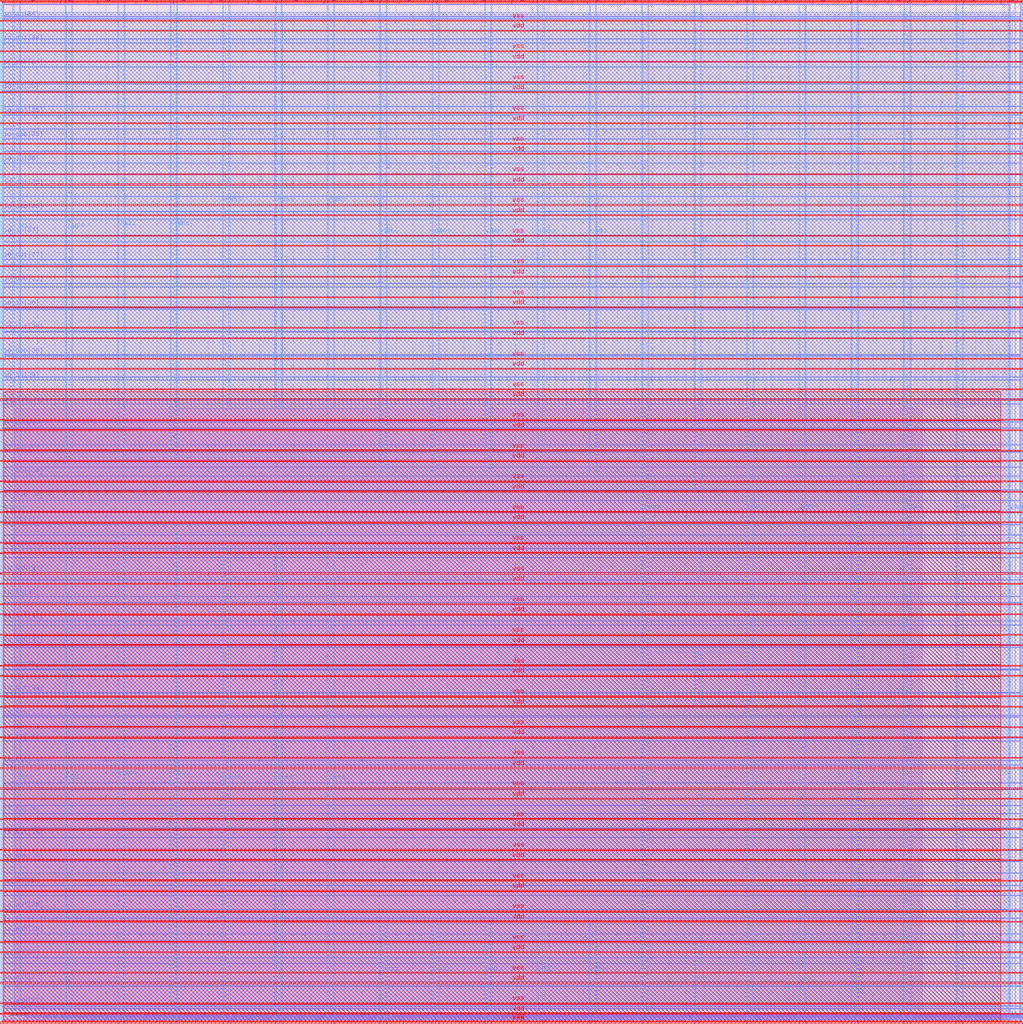
<source format=lef>
VERSION 5.7 ;
  NOWIREEXTENSIONATPIN ON ;
  DIVIDERCHAR "/" ;
  BUSBITCHARS "[]" ;
MACRO user_project_wrapper
  CLASS BLOCK ;
  FOREIGN user_project_wrapper ;
  ORIGIN 0.000 0.000 ;
  SIZE 2980.200 BY 2980.200 ;
  PIN io_in[0]
    DIRECTION INPUT ;
    USE SIGNAL ;
    PORT
      LAYER Metal3 ;
        RECT 2977.800 35.560 2985.000 36.680 ;
    END
  END io_in[0]
  PIN io_in[10]
    DIRECTION INPUT ;
    USE SIGNAL ;
    PORT
      LAYER Metal3 ;
        RECT 2977.800 2017.960 2985.000 2019.080 ;
    END
  END io_in[10]
  PIN io_in[11]
    DIRECTION INPUT ;
    USE SIGNAL ;
    PORT
      LAYER Metal3 ;
        RECT 2977.800 2216.200 2985.000 2217.320 ;
    END
  END io_in[11]
  PIN io_in[12]
    DIRECTION INPUT ;
    USE SIGNAL ;
    PORT
      LAYER Metal3 ;
        RECT 2977.800 2414.440 2985.000 2415.560 ;
    END
  END io_in[12]
  PIN io_in[13]
    DIRECTION INPUT ;
    USE SIGNAL ;
    PORT
      LAYER Metal3 ;
        RECT 2977.800 2612.680 2985.000 2613.800 ;
    END
  END io_in[13]
  PIN io_in[14]
    DIRECTION INPUT ;
    USE SIGNAL ;
    PORT
      LAYER Metal3 ;
        RECT 2977.800 2810.920 2985.000 2812.040 ;
    END
  END io_in[14]
  PIN io_in[15]
    DIRECTION INPUT ;
    USE SIGNAL ;
    PORT
      LAYER Metal2 ;
        RECT 2923.480 2977.800 2924.600 2985.000 ;
    END
  END io_in[15]
  PIN io_in[16]
    DIRECTION INPUT ;
    USE SIGNAL ;
    PORT
      LAYER Metal2 ;
        RECT 2592.520 2977.800 2593.640 2985.000 ;
    END
  END io_in[16]
  PIN io_in[17]
    DIRECTION INPUT ;
    USE SIGNAL ;
    PORT
      LAYER Metal2 ;
        RECT 2261.560 2977.800 2262.680 2985.000 ;
    END
  END io_in[17]
  PIN io_in[18]
    DIRECTION INPUT ;
    USE SIGNAL ;
    PORT
      LAYER Metal2 ;
        RECT 1930.600 2977.800 1931.720 2985.000 ;
    END
  END io_in[18]
  PIN io_in[19]
    DIRECTION INPUT ;
    USE SIGNAL ;
    PORT
      LAYER Metal2 ;
        RECT 1599.640 2977.800 1600.760 2985.000 ;
    END
  END io_in[19]
  PIN io_in[1]
    DIRECTION INPUT ;
    USE SIGNAL ;
    PORT
      LAYER Metal3 ;
        RECT 2977.800 233.800 2985.000 234.920 ;
    END
  END io_in[1]
  PIN io_in[20]
    DIRECTION INPUT ;
    USE SIGNAL ;
    PORT
      LAYER Metal2 ;
        RECT 1268.680 2977.800 1269.800 2985.000 ;
    END
  END io_in[20]
  PIN io_in[21]
    DIRECTION INPUT ;
    USE SIGNAL ;
    PORT
      LAYER Metal2 ;
        RECT 937.720 2977.800 938.840 2985.000 ;
    END
  END io_in[21]
  PIN io_in[22]
    DIRECTION INPUT ;
    USE SIGNAL ;
    PORT
      LAYER Metal2 ;
        RECT 606.760 2977.800 607.880 2985.000 ;
    END
  END io_in[22]
  PIN io_in[23]
    DIRECTION INPUT ;
    USE SIGNAL ;
    PORT
      LAYER Metal2 ;
        RECT 275.800 2977.800 276.920 2985.000 ;
    END
  END io_in[23]
  PIN io_in[24]
    DIRECTION INPUT ;
    USE SIGNAL ;
    PORT
      LAYER Metal3 ;
        RECT -4.800 2935.800 2.400 2936.920 ;
    END
  END io_in[24]
  PIN io_in[25]
    DIRECTION INPUT ;
    USE SIGNAL ;
    PORT
      LAYER Metal3 ;
        RECT -4.800 2724.120 2.400 2725.240 ;
    END
  END io_in[25]
  PIN io_in[26]
    DIRECTION INPUT ;
    USE SIGNAL ;
    PORT
      LAYER Metal3 ;
        RECT -4.800 2512.440 2.400 2513.560 ;
    END
  END io_in[26]
  PIN io_in[27]
    DIRECTION INPUT ;
    USE SIGNAL ;
    PORT
      LAYER Metal3 ;
        RECT -4.800 2300.760 2.400 2301.880 ;
    END
  END io_in[27]
  PIN io_in[28]
    DIRECTION INPUT ;
    USE SIGNAL ;
    PORT
      LAYER Metal3 ;
        RECT -4.800 2089.080 2.400 2090.200 ;
    END
  END io_in[28]
  PIN io_in[29]
    DIRECTION INPUT ;
    USE SIGNAL ;
    PORT
      LAYER Metal3 ;
        RECT -4.800 1877.400 2.400 1878.520 ;
    END
  END io_in[29]
  PIN io_in[2]
    DIRECTION INPUT ;
    USE SIGNAL ;
    PORT
      LAYER Metal3 ;
        RECT 2977.800 432.040 2985.000 433.160 ;
    END
  END io_in[2]
  PIN io_in[30]
    DIRECTION INPUT ;
    USE SIGNAL ;
    PORT
      LAYER Metal3 ;
        RECT -4.800 1665.720 2.400 1666.840 ;
    END
  END io_in[30]
  PIN io_in[31]
    DIRECTION INPUT ;
    USE SIGNAL ;
    PORT
      LAYER Metal3 ;
        RECT -4.800 1454.040 2.400 1455.160 ;
    END
  END io_in[31]
  PIN io_in[32]
    DIRECTION INPUT ;
    USE SIGNAL ;
    PORT
      LAYER Metal3 ;
        RECT -4.800 1242.360 2.400 1243.480 ;
    END
  END io_in[32]
  PIN io_in[33]
    DIRECTION INPUT ;
    USE SIGNAL ;
    PORT
      LAYER Metal3 ;
        RECT -4.800 1030.680 2.400 1031.800 ;
    END
  END io_in[33]
  PIN io_in[34]
    DIRECTION INPUT ;
    USE SIGNAL ;
    PORT
      LAYER Metal3 ;
        RECT -4.800 819.000 2.400 820.120 ;
    END
  END io_in[34]
  PIN io_in[35]
    DIRECTION INPUT ;
    USE SIGNAL ;
    PORT
      LAYER Metal3 ;
        RECT -4.800 607.320 2.400 608.440 ;
    END
  END io_in[35]
  PIN io_in[36]
    DIRECTION INPUT ;
    USE SIGNAL ;
    PORT
      LAYER Metal3 ;
        RECT -4.800 395.640 2.400 396.760 ;
    END
  END io_in[36]
  PIN io_in[37]
    DIRECTION INPUT ;
    USE SIGNAL ;
    PORT
      LAYER Metal3 ;
        RECT -4.800 183.960 2.400 185.080 ;
    END
  END io_in[37]
  PIN io_in[3]
    DIRECTION INPUT ;
    USE SIGNAL ;
    PORT
      LAYER Metal3 ;
        RECT 2977.800 630.280 2985.000 631.400 ;
    END
  END io_in[3]
  PIN io_in[4]
    DIRECTION INPUT ;
    USE SIGNAL ;
    PORT
      LAYER Metal3 ;
        RECT 2977.800 828.520 2985.000 829.640 ;
    END
  END io_in[4]
  PIN io_in[5]
    DIRECTION INPUT ;
    USE SIGNAL ;
    PORT
      LAYER Metal3 ;
        RECT 2977.800 1026.760 2985.000 1027.880 ;
    END
  END io_in[5]
  PIN io_in[6]
    DIRECTION INPUT ;
    USE SIGNAL ;
    PORT
      LAYER Metal3 ;
        RECT 2977.800 1225.000 2985.000 1226.120 ;
    END
  END io_in[6]
  PIN io_in[7]
    DIRECTION INPUT ;
    USE SIGNAL ;
    PORT
      LAYER Metal3 ;
        RECT 2977.800 1423.240 2985.000 1424.360 ;
    END
  END io_in[7]
  PIN io_in[8]
    DIRECTION INPUT ;
    USE SIGNAL ;
    PORT
      LAYER Metal3 ;
        RECT 2977.800 1621.480 2985.000 1622.600 ;
    END
  END io_in[8]
  PIN io_in[9]
    DIRECTION INPUT ;
    USE SIGNAL ;
    PORT
      LAYER Metal3 ;
        RECT 2977.800 1819.720 2985.000 1820.840 ;
    END
  END io_in[9]
  PIN io_oeb[0]
    DIRECTION OUTPUT TRISTATE ;
    USE SIGNAL ;
    PORT
      LAYER Metal3 ;
        RECT 2977.800 167.720 2985.000 168.840 ;
    END
  END io_oeb[0]
  PIN io_oeb[10]
    DIRECTION OUTPUT TRISTATE ;
    USE SIGNAL ;
    PORT
      LAYER Metal3 ;
        RECT 2977.800 2150.120 2985.000 2151.240 ;
    END
  END io_oeb[10]
  PIN io_oeb[11]
    DIRECTION OUTPUT TRISTATE ;
    USE SIGNAL ;
    PORT
      LAYER Metal3 ;
        RECT 2977.800 2348.360 2985.000 2349.480 ;
    END
  END io_oeb[11]
  PIN io_oeb[12]
    DIRECTION OUTPUT TRISTATE ;
    USE SIGNAL ;
    PORT
      LAYER Metal3 ;
        RECT 2977.800 2546.600 2985.000 2547.720 ;
    END
  END io_oeb[12]
  PIN io_oeb[13]
    DIRECTION OUTPUT TRISTATE ;
    USE SIGNAL ;
    PORT
      LAYER Metal3 ;
        RECT 2977.800 2744.840 2985.000 2745.960 ;
    END
  END io_oeb[13]
  PIN io_oeb[14]
    DIRECTION OUTPUT TRISTATE ;
    USE SIGNAL ;
    PORT
      LAYER Metal3 ;
        RECT 2977.800 2943.080 2985.000 2944.200 ;
    END
  END io_oeb[14]
  PIN io_oeb[15]
    DIRECTION OUTPUT TRISTATE ;
    USE SIGNAL ;
    PORT
      LAYER Metal2 ;
        RECT 2702.840 2977.800 2703.960 2985.000 ;
    END
  END io_oeb[15]
  PIN io_oeb[16]
    DIRECTION OUTPUT TRISTATE ;
    USE SIGNAL ;
    PORT
      LAYER Metal2 ;
        RECT 2371.880 2977.800 2373.000 2985.000 ;
    END
  END io_oeb[16]
  PIN io_oeb[17]
    DIRECTION OUTPUT TRISTATE ;
    USE SIGNAL ;
    PORT
      LAYER Metal2 ;
        RECT 2040.920 2977.800 2042.040 2985.000 ;
    END
  END io_oeb[17]
  PIN io_oeb[18]
    DIRECTION OUTPUT TRISTATE ;
    USE SIGNAL ;
    PORT
      LAYER Metal2 ;
        RECT 1709.960 2977.800 1711.080 2985.000 ;
    END
  END io_oeb[18]
  PIN io_oeb[19]
    DIRECTION OUTPUT TRISTATE ;
    USE SIGNAL ;
    PORT
      LAYER Metal2 ;
        RECT 1379.000 2977.800 1380.120 2985.000 ;
    END
  END io_oeb[19]
  PIN io_oeb[1]
    DIRECTION OUTPUT TRISTATE ;
    USE SIGNAL ;
    PORT
      LAYER Metal3 ;
        RECT 2977.800 365.960 2985.000 367.080 ;
    END
  END io_oeb[1]
  PIN io_oeb[20]
    DIRECTION OUTPUT TRISTATE ;
    USE SIGNAL ;
    PORT
      LAYER Metal2 ;
        RECT 1048.040 2977.800 1049.160 2985.000 ;
    END
  END io_oeb[20]
  PIN io_oeb[21]
    DIRECTION OUTPUT TRISTATE ;
    USE SIGNAL ;
    PORT
      LAYER Metal2 ;
        RECT 717.080 2977.800 718.200 2985.000 ;
    END
  END io_oeb[21]
  PIN io_oeb[22]
    DIRECTION OUTPUT TRISTATE ;
    USE SIGNAL ;
    PORT
      LAYER Metal2 ;
        RECT 386.120 2977.800 387.240 2985.000 ;
    END
  END io_oeb[22]
  PIN io_oeb[23]
    DIRECTION OUTPUT TRISTATE ;
    USE SIGNAL ;
    PORT
      LAYER Metal2 ;
        RECT 55.160 2977.800 56.280 2985.000 ;
    END
  END io_oeb[23]
  PIN io_oeb[24]
    DIRECTION OUTPUT TRISTATE ;
    USE SIGNAL ;
    PORT
      LAYER Metal3 ;
        RECT -4.800 2794.680 2.400 2795.800 ;
    END
  END io_oeb[24]
  PIN io_oeb[25]
    DIRECTION OUTPUT TRISTATE ;
    USE SIGNAL ;
    PORT
      LAYER Metal3 ;
        RECT -4.800 2583.000 2.400 2584.120 ;
    END
  END io_oeb[25]
  PIN io_oeb[26]
    DIRECTION OUTPUT TRISTATE ;
    USE SIGNAL ;
    PORT
      LAYER Metal3 ;
        RECT -4.800 2371.320 2.400 2372.440 ;
    END
  END io_oeb[26]
  PIN io_oeb[27]
    DIRECTION OUTPUT TRISTATE ;
    USE SIGNAL ;
    PORT
      LAYER Metal3 ;
        RECT -4.800 2159.640 2.400 2160.760 ;
    END
  END io_oeb[27]
  PIN io_oeb[28]
    DIRECTION OUTPUT TRISTATE ;
    USE SIGNAL ;
    PORT
      LAYER Metal3 ;
        RECT -4.800 1947.960 2.400 1949.080 ;
    END
  END io_oeb[28]
  PIN io_oeb[29]
    DIRECTION OUTPUT TRISTATE ;
    USE SIGNAL ;
    PORT
      LAYER Metal3 ;
        RECT -4.800 1736.280 2.400 1737.400 ;
    END
  END io_oeb[29]
  PIN io_oeb[2]
    DIRECTION OUTPUT TRISTATE ;
    USE SIGNAL ;
    PORT
      LAYER Metal3 ;
        RECT 2977.800 564.200 2985.000 565.320 ;
    END
  END io_oeb[2]
  PIN io_oeb[30]
    DIRECTION OUTPUT TRISTATE ;
    USE SIGNAL ;
    PORT
      LAYER Metal3 ;
        RECT -4.800 1524.600 2.400 1525.720 ;
    END
  END io_oeb[30]
  PIN io_oeb[31]
    DIRECTION OUTPUT TRISTATE ;
    USE SIGNAL ;
    PORT
      LAYER Metal3 ;
        RECT -4.800 1312.920 2.400 1314.040 ;
    END
  END io_oeb[31]
  PIN io_oeb[32]
    DIRECTION OUTPUT TRISTATE ;
    USE SIGNAL ;
    PORT
      LAYER Metal3 ;
        RECT -4.800 1101.240 2.400 1102.360 ;
    END
  END io_oeb[32]
  PIN io_oeb[33]
    DIRECTION OUTPUT TRISTATE ;
    USE SIGNAL ;
    PORT
      LAYER Metal3 ;
        RECT -4.800 889.560 2.400 890.680 ;
    END
  END io_oeb[33]
  PIN io_oeb[34]
    DIRECTION OUTPUT TRISTATE ;
    USE SIGNAL ;
    PORT
      LAYER Metal3 ;
        RECT -4.800 677.880 2.400 679.000 ;
    END
  END io_oeb[34]
  PIN io_oeb[35]
    DIRECTION OUTPUT TRISTATE ;
    USE SIGNAL ;
    PORT
      LAYER Metal3 ;
        RECT -4.800 466.200 2.400 467.320 ;
    END
  END io_oeb[35]
  PIN io_oeb[36]
    DIRECTION OUTPUT TRISTATE ;
    USE SIGNAL ;
    PORT
      LAYER Metal3 ;
        RECT -4.800 254.520 2.400 255.640 ;
    END
  END io_oeb[36]
  PIN io_oeb[37]
    DIRECTION OUTPUT TRISTATE ;
    USE SIGNAL ;
    PORT
      LAYER Metal3 ;
        RECT -4.800 42.840 2.400 43.960 ;
    END
  END io_oeb[37]
  PIN io_oeb[3]
    DIRECTION OUTPUT TRISTATE ;
    USE SIGNAL ;
    PORT
      LAYER Metal3 ;
        RECT 2977.800 762.440 2985.000 763.560 ;
    END
  END io_oeb[3]
  PIN io_oeb[4]
    DIRECTION OUTPUT TRISTATE ;
    USE SIGNAL ;
    PORT
      LAYER Metal3 ;
        RECT 2977.800 960.680 2985.000 961.800 ;
    END
  END io_oeb[4]
  PIN io_oeb[5]
    DIRECTION OUTPUT TRISTATE ;
    USE SIGNAL ;
    PORT
      LAYER Metal3 ;
        RECT 2977.800 1158.920 2985.000 1160.040 ;
    END
  END io_oeb[5]
  PIN io_oeb[6]
    DIRECTION OUTPUT TRISTATE ;
    USE SIGNAL ;
    PORT
      LAYER Metal3 ;
        RECT 2977.800 1357.160 2985.000 1358.280 ;
    END
  END io_oeb[6]
  PIN io_oeb[7]
    DIRECTION OUTPUT TRISTATE ;
    USE SIGNAL ;
    PORT
      LAYER Metal3 ;
        RECT 2977.800 1555.400 2985.000 1556.520 ;
    END
  END io_oeb[7]
  PIN io_oeb[8]
    DIRECTION OUTPUT TRISTATE ;
    USE SIGNAL ;
    PORT
      LAYER Metal3 ;
        RECT 2977.800 1753.640 2985.000 1754.760 ;
    END
  END io_oeb[8]
  PIN io_oeb[9]
    DIRECTION OUTPUT TRISTATE ;
    USE SIGNAL ;
    PORT
      LAYER Metal3 ;
        RECT 2977.800 1951.880 2985.000 1953.000 ;
    END
  END io_oeb[9]
  PIN io_out[0]
    DIRECTION OUTPUT TRISTATE ;
    USE SIGNAL ;
    PORT
      LAYER Metal3 ;
        RECT 2977.800 101.640 2985.000 102.760 ;
    END
  END io_out[0]
  PIN io_out[10]
    DIRECTION OUTPUT TRISTATE ;
    USE SIGNAL ;
    PORT
      LAYER Metal3 ;
        RECT 2977.800 2084.040 2985.000 2085.160 ;
    END
  END io_out[10]
  PIN io_out[11]
    DIRECTION OUTPUT TRISTATE ;
    USE SIGNAL ;
    PORT
      LAYER Metal3 ;
        RECT 2977.800 2282.280 2985.000 2283.400 ;
    END
  END io_out[11]
  PIN io_out[12]
    DIRECTION OUTPUT TRISTATE ;
    USE SIGNAL ;
    PORT
      LAYER Metal3 ;
        RECT 2977.800 2480.520 2985.000 2481.640 ;
    END
  END io_out[12]
  PIN io_out[13]
    DIRECTION OUTPUT TRISTATE ;
    USE SIGNAL ;
    PORT
      LAYER Metal3 ;
        RECT 2977.800 2678.760 2985.000 2679.880 ;
    END
  END io_out[13]
  PIN io_out[14]
    DIRECTION OUTPUT TRISTATE ;
    USE SIGNAL ;
    PORT
      LAYER Metal3 ;
        RECT 2977.800 2877.000 2985.000 2878.120 ;
    END
  END io_out[14]
  PIN io_out[15]
    DIRECTION OUTPUT TRISTATE ;
    USE SIGNAL ;
    PORT
      LAYER Metal2 ;
        RECT 2813.160 2977.800 2814.280 2985.000 ;
    END
  END io_out[15]
  PIN io_out[16]
    DIRECTION OUTPUT TRISTATE ;
    USE SIGNAL ;
    PORT
      LAYER Metal2 ;
        RECT 2482.200 2977.800 2483.320 2985.000 ;
    END
  END io_out[16]
  PIN io_out[17]
    DIRECTION OUTPUT TRISTATE ;
    USE SIGNAL ;
    PORT
      LAYER Metal2 ;
        RECT 2151.240 2977.800 2152.360 2985.000 ;
    END
  END io_out[17]
  PIN io_out[18]
    DIRECTION OUTPUT TRISTATE ;
    USE SIGNAL ;
    PORT
      LAYER Metal2 ;
        RECT 1820.280 2977.800 1821.400 2985.000 ;
    END
  END io_out[18]
  PIN io_out[19]
    DIRECTION OUTPUT TRISTATE ;
    USE SIGNAL ;
    PORT
      LAYER Metal2 ;
        RECT 1489.320 2977.800 1490.440 2985.000 ;
    END
  END io_out[19]
  PIN io_out[1]
    DIRECTION OUTPUT TRISTATE ;
    USE SIGNAL ;
    PORT
      LAYER Metal3 ;
        RECT 2977.800 299.880 2985.000 301.000 ;
    END
  END io_out[1]
  PIN io_out[20]
    DIRECTION OUTPUT TRISTATE ;
    USE SIGNAL ;
    PORT
      LAYER Metal2 ;
        RECT 1158.360 2977.800 1159.480 2985.000 ;
    END
  END io_out[20]
  PIN io_out[21]
    DIRECTION OUTPUT TRISTATE ;
    USE SIGNAL ;
    PORT
      LAYER Metal2 ;
        RECT 827.400 2977.800 828.520 2985.000 ;
    END
  END io_out[21]
  PIN io_out[22]
    DIRECTION OUTPUT TRISTATE ;
    USE SIGNAL ;
    PORT
      LAYER Metal2 ;
        RECT 496.440 2977.800 497.560 2985.000 ;
    END
  END io_out[22]
  PIN io_out[23]
    DIRECTION OUTPUT TRISTATE ;
    USE SIGNAL ;
    PORT
      LAYER Metal2 ;
        RECT 165.480 2977.800 166.600 2985.000 ;
    END
  END io_out[23]
  PIN io_out[24]
    DIRECTION OUTPUT TRISTATE ;
    USE SIGNAL ;
    PORT
      LAYER Metal3 ;
        RECT -4.800 2865.240 2.400 2866.360 ;
    END
  END io_out[24]
  PIN io_out[25]
    DIRECTION OUTPUT TRISTATE ;
    USE SIGNAL ;
    PORT
      LAYER Metal3 ;
        RECT -4.800 2653.560 2.400 2654.680 ;
    END
  END io_out[25]
  PIN io_out[26]
    DIRECTION OUTPUT TRISTATE ;
    USE SIGNAL ;
    PORT
      LAYER Metal3 ;
        RECT -4.800 2441.880 2.400 2443.000 ;
    END
  END io_out[26]
  PIN io_out[27]
    DIRECTION OUTPUT TRISTATE ;
    USE SIGNAL ;
    PORT
      LAYER Metal3 ;
        RECT -4.800 2230.200 2.400 2231.320 ;
    END
  END io_out[27]
  PIN io_out[28]
    DIRECTION OUTPUT TRISTATE ;
    USE SIGNAL ;
    PORT
      LAYER Metal3 ;
        RECT -4.800 2018.520 2.400 2019.640 ;
    END
  END io_out[28]
  PIN io_out[29]
    DIRECTION OUTPUT TRISTATE ;
    USE SIGNAL ;
    PORT
      LAYER Metal3 ;
        RECT -4.800 1806.840 2.400 1807.960 ;
    END
  END io_out[29]
  PIN io_out[2]
    DIRECTION OUTPUT TRISTATE ;
    USE SIGNAL ;
    PORT
      LAYER Metal3 ;
        RECT 2977.800 498.120 2985.000 499.240 ;
    END
  END io_out[2]
  PIN io_out[30]
    DIRECTION OUTPUT TRISTATE ;
    USE SIGNAL ;
    PORT
      LAYER Metal3 ;
        RECT -4.800 1595.160 2.400 1596.280 ;
    END
  END io_out[30]
  PIN io_out[31]
    DIRECTION OUTPUT TRISTATE ;
    USE SIGNAL ;
    PORT
      LAYER Metal3 ;
        RECT -4.800 1383.480 2.400 1384.600 ;
    END
  END io_out[31]
  PIN io_out[32]
    DIRECTION OUTPUT TRISTATE ;
    USE SIGNAL ;
    PORT
      LAYER Metal3 ;
        RECT -4.800 1171.800 2.400 1172.920 ;
    END
  END io_out[32]
  PIN io_out[33]
    DIRECTION OUTPUT TRISTATE ;
    USE SIGNAL ;
    PORT
      LAYER Metal3 ;
        RECT -4.800 960.120 2.400 961.240 ;
    END
  END io_out[33]
  PIN io_out[34]
    DIRECTION OUTPUT TRISTATE ;
    USE SIGNAL ;
    PORT
      LAYER Metal3 ;
        RECT -4.800 748.440 2.400 749.560 ;
    END
  END io_out[34]
  PIN io_out[35]
    DIRECTION OUTPUT TRISTATE ;
    USE SIGNAL ;
    PORT
      LAYER Metal3 ;
        RECT -4.800 536.760 2.400 537.880 ;
    END
  END io_out[35]
  PIN io_out[36]
    DIRECTION OUTPUT TRISTATE ;
    USE SIGNAL ;
    PORT
      LAYER Metal3 ;
        RECT -4.800 325.080 2.400 326.200 ;
    END
  END io_out[36]
  PIN io_out[37]
    DIRECTION OUTPUT TRISTATE ;
    USE SIGNAL ;
    PORT
      LAYER Metal3 ;
        RECT -4.800 113.400 2.400 114.520 ;
    END
  END io_out[37]
  PIN io_out[3]
    DIRECTION OUTPUT TRISTATE ;
    USE SIGNAL ;
    PORT
      LAYER Metal3 ;
        RECT 2977.800 696.360 2985.000 697.480 ;
    END
  END io_out[3]
  PIN io_out[4]
    DIRECTION OUTPUT TRISTATE ;
    USE SIGNAL ;
    PORT
      LAYER Metal3 ;
        RECT 2977.800 894.600 2985.000 895.720 ;
    END
  END io_out[4]
  PIN io_out[5]
    DIRECTION OUTPUT TRISTATE ;
    USE SIGNAL ;
    PORT
      LAYER Metal3 ;
        RECT 2977.800 1092.840 2985.000 1093.960 ;
    END
  END io_out[5]
  PIN io_out[6]
    DIRECTION OUTPUT TRISTATE ;
    USE SIGNAL ;
    PORT
      LAYER Metal3 ;
        RECT 2977.800 1291.080 2985.000 1292.200 ;
    END
  END io_out[6]
  PIN io_out[7]
    DIRECTION OUTPUT TRISTATE ;
    USE SIGNAL ;
    PORT
      LAYER Metal3 ;
        RECT 2977.800 1489.320 2985.000 1490.440 ;
    END
  END io_out[7]
  PIN io_out[8]
    DIRECTION OUTPUT TRISTATE ;
    USE SIGNAL ;
    PORT
      LAYER Metal3 ;
        RECT 2977.800 1687.560 2985.000 1688.680 ;
    END
  END io_out[8]
  PIN io_out[9]
    DIRECTION OUTPUT TRISTATE ;
    USE SIGNAL ;
    PORT
      LAYER Metal3 ;
        RECT 2977.800 1885.800 2985.000 1886.920 ;
    END
  END io_out[9]
  PIN la_data_in[0]
    DIRECTION INPUT ;
    USE SIGNAL ;
    PORT
      LAYER Metal2 ;
        RECT 1065.960 -4.800 1067.080 2.400 ;
    END
  END la_data_in[0]
  PIN la_data_in[10]
    DIRECTION INPUT ;
    USE SIGNAL ;
    PORT
      LAYER Metal2 ;
        RECT 1351.560 -4.800 1352.680 2.400 ;
    END
  END la_data_in[10]
  PIN la_data_in[11]
    DIRECTION INPUT ;
    USE SIGNAL ;
    PORT
      LAYER Metal2 ;
        RECT 1380.120 -4.800 1381.240 2.400 ;
    END
  END la_data_in[11]
  PIN la_data_in[12]
    DIRECTION INPUT ;
    USE SIGNAL ;
    PORT
      LAYER Metal2 ;
        RECT 1408.680 -4.800 1409.800 2.400 ;
    END
  END la_data_in[12]
  PIN la_data_in[13]
    DIRECTION INPUT ;
    USE SIGNAL ;
    PORT
      LAYER Metal2 ;
        RECT 1437.240 -4.800 1438.360 2.400 ;
    END
  END la_data_in[13]
  PIN la_data_in[14]
    DIRECTION INPUT ;
    USE SIGNAL ;
    PORT
      LAYER Metal2 ;
        RECT 1465.800 -4.800 1466.920 2.400 ;
    END
  END la_data_in[14]
  PIN la_data_in[15]
    DIRECTION INPUT ;
    USE SIGNAL ;
    PORT
      LAYER Metal2 ;
        RECT 1494.360 -4.800 1495.480 2.400 ;
    END
  END la_data_in[15]
  PIN la_data_in[16]
    DIRECTION INPUT ;
    USE SIGNAL ;
    PORT
      LAYER Metal2 ;
        RECT 1522.920 -4.800 1524.040 2.400 ;
    END
  END la_data_in[16]
  PIN la_data_in[17]
    DIRECTION INPUT ;
    USE SIGNAL ;
    PORT
      LAYER Metal2 ;
        RECT 1551.480 -4.800 1552.600 2.400 ;
    END
  END la_data_in[17]
  PIN la_data_in[18]
    DIRECTION INPUT ;
    USE SIGNAL ;
    PORT
      LAYER Metal2 ;
        RECT 1580.040 -4.800 1581.160 2.400 ;
    END
  END la_data_in[18]
  PIN la_data_in[19]
    DIRECTION INPUT ;
    USE SIGNAL ;
    PORT
      LAYER Metal2 ;
        RECT 1608.600 -4.800 1609.720 2.400 ;
    END
  END la_data_in[19]
  PIN la_data_in[1]
    DIRECTION INPUT ;
    USE SIGNAL ;
    PORT
      LAYER Metal2 ;
        RECT 1094.520 -4.800 1095.640 2.400 ;
    END
  END la_data_in[1]
  PIN la_data_in[20]
    DIRECTION INPUT ;
    USE SIGNAL ;
    PORT
      LAYER Metal2 ;
        RECT 1637.160 -4.800 1638.280 2.400 ;
    END
  END la_data_in[20]
  PIN la_data_in[21]
    DIRECTION INPUT ;
    USE SIGNAL ;
    PORT
      LAYER Metal2 ;
        RECT 1665.720 -4.800 1666.840 2.400 ;
    END
  END la_data_in[21]
  PIN la_data_in[22]
    DIRECTION INPUT ;
    USE SIGNAL ;
    PORT
      LAYER Metal2 ;
        RECT 1694.280 -4.800 1695.400 2.400 ;
    END
  END la_data_in[22]
  PIN la_data_in[23]
    DIRECTION INPUT ;
    USE SIGNAL ;
    PORT
      LAYER Metal2 ;
        RECT 1722.840 -4.800 1723.960 2.400 ;
    END
  END la_data_in[23]
  PIN la_data_in[24]
    DIRECTION INPUT ;
    USE SIGNAL ;
    PORT
      LAYER Metal2 ;
        RECT 1751.400 -4.800 1752.520 2.400 ;
    END
  END la_data_in[24]
  PIN la_data_in[25]
    DIRECTION INPUT ;
    USE SIGNAL ;
    PORT
      LAYER Metal2 ;
        RECT 1779.960 -4.800 1781.080 2.400 ;
    END
  END la_data_in[25]
  PIN la_data_in[26]
    DIRECTION INPUT ;
    USE SIGNAL ;
    PORT
      LAYER Metal2 ;
        RECT 1808.520 -4.800 1809.640 2.400 ;
    END
  END la_data_in[26]
  PIN la_data_in[27]
    DIRECTION INPUT ;
    USE SIGNAL ;
    PORT
      LAYER Metal2 ;
        RECT 1837.080 -4.800 1838.200 2.400 ;
    END
  END la_data_in[27]
  PIN la_data_in[28]
    DIRECTION INPUT ;
    USE SIGNAL ;
    PORT
      LAYER Metal2 ;
        RECT 1865.640 -4.800 1866.760 2.400 ;
    END
  END la_data_in[28]
  PIN la_data_in[29]
    DIRECTION INPUT ;
    USE SIGNAL ;
    PORT
      LAYER Metal2 ;
        RECT 1894.200 -4.800 1895.320 2.400 ;
    END
  END la_data_in[29]
  PIN la_data_in[2]
    DIRECTION INPUT ;
    USE SIGNAL ;
    PORT
      LAYER Metal2 ;
        RECT 1123.080 -4.800 1124.200 2.400 ;
    END
  END la_data_in[2]
  PIN la_data_in[30]
    DIRECTION INPUT ;
    USE SIGNAL ;
    PORT
      LAYER Metal2 ;
        RECT 1922.760 -4.800 1923.880 2.400 ;
    END
  END la_data_in[30]
  PIN la_data_in[31]
    DIRECTION INPUT ;
    USE SIGNAL ;
    PORT
      LAYER Metal2 ;
        RECT 1951.320 -4.800 1952.440 2.400 ;
    END
  END la_data_in[31]
  PIN la_data_in[32]
    DIRECTION INPUT ;
    USE SIGNAL ;
    PORT
      LAYER Metal2 ;
        RECT 1979.880 -4.800 1981.000 2.400 ;
    END
  END la_data_in[32]
  PIN la_data_in[33]
    DIRECTION INPUT ;
    USE SIGNAL ;
    PORT
      LAYER Metal2 ;
        RECT 2008.440 -4.800 2009.560 2.400 ;
    END
  END la_data_in[33]
  PIN la_data_in[34]
    DIRECTION INPUT ;
    USE SIGNAL ;
    PORT
      LAYER Metal2 ;
        RECT 2037.000 -4.800 2038.120 2.400 ;
    END
  END la_data_in[34]
  PIN la_data_in[35]
    DIRECTION INPUT ;
    USE SIGNAL ;
    PORT
      LAYER Metal2 ;
        RECT 2065.560 -4.800 2066.680 2.400 ;
    END
  END la_data_in[35]
  PIN la_data_in[36]
    DIRECTION INPUT ;
    USE SIGNAL ;
    PORT
      LAYER Metal2 ;
        RECT 2094.120 -4.800 2095.240 2.400 ;
    END
  END la_data_in[36]
  PIN la_data_in[37]
    DIRECTION INPUT ;
    USE SIGNAL ;
    PORT
      LAYER Metal2 ;
        RECT 2122.680 -4.800 2123.800 2.400 ;
    END
  END la_data_in[37]
  PIN la_data_in[38]
    DIRECTION INPUT ;
    USE SIGNAL ;
    PORT
      LAYER Metal2 ;
        RECT 2151.240 -4.800 2152.360 2.400 ;
    END
  END la_data_in[38]
  PIN la_data_in[39]
    DIRECTION INPUT ;
    USE SIGNAL ;
    PORT
      LAYER Metal2 ;
        RECT 2179.800 -4.800 2180.920 2.400 ;
    END
  END la_data_in[39]
  PIN la_data_in[3]
    DIRECTION INPUT ;
    USE SIGNAL ;
    PORT
      LAYER Metal2 ;
        RECT 1151.640 -4.800 1152.760 2.400 ;
    END
  END la_data_in[3]
  PIN la_data_in[40]
    DIRECTION INPUT ;
    USE SIGNAL ;
    PORT
      LAYER Metal2 ;
        RECT 2208.360 -4.800 2209.480 2.400 ;
    END
  END la_data_in[40]
  PIN la_data_in[41]
    DIRECTION INPUT ;
    USE SIGNAL ;
    PORT
      LAYER Metal2 ;
        RECT 2236.920 -4.800 2238.040 2.400 ;
    END
  END la_data_in[41]
  PIN la_data_in[42]
    DIRECTION INPUT ;
    USE SIGNAL ;
    PORT
      LAYER Metal2 ;
        RECT 2265.480 -4.800 2266.600 2.400 ;
    END
  END la_data_in[42]
  PIN la_data_in[43]
    DIRECTION INPUT ;
    USE SIGNAL ;
    PORT
      LAYER Metal2 ;
        RECT 2294.040 -4.800 2295.160 2.400 ;
    END
  END la_data_in[43]
  PIN la_data_in[44]
    DIRECTION INPUT ;
    USE SIGNAL ;
    PORT
      LAYER Metal2 ;
        RECT 2322.600 -4.800 2323.720 2.400 ;
    END
  END la_data_in[44]
  PIN la_data_in[45]
    DIRECTION INPUT ;
    USE SIGNAL ;
    PORT
      LAYER Metal2 ;
        RECT 2351.160 -4.800 2352.280 2.400 ;
    END
  END la_data_in[45]
  PIN la_data_in[46]
    DIRECTION INPUT ;
    USE SIGNAL ;
    PORT
      LAYER Metal2 ;
        RECT 2379.720 -4.800 2380.840 2.400 ;
    END
  END la_data_in[46]
  PIN la_data_in[47]
    DIRECTION INPUT ;
    USE SIGNAL ;
    PORT
      LAYER Metal2 ;
        RECT 2408.280 -4.800 2409.400 2.400 ;
    END
  END la_data_in[47]
  PIN la_data_in[48]
    DIRECTION INPUT ;
    USE SIGNAL ;
    PORT
      LAYER Metal2 ;
        RECT 2436.840 -4.800 2437.960 2.400 ;
    END
  END la_data_in[48]
  PIN la_data_in[49]
    DIRECTION INPUT ;
    USE SIGNAL ;
    PORT
      LAYER Metal2 ;
        RECT 2465.400 -4.800 2466.520 2.400 ;
    END
  END la_data_in[49]
  PIN la_data_in[4]
    DIRECTION INPUT ;
    USE SIGNAL ;
    PORT
      LAYER Metal2 ;
        RECT 1180.200 -4.800 1181.320 2.400 ;
    END
  END la_data_in[4]
  PIN la_data_in[50]
    DIRECTION INPUT ;
    USE SIGNAL ;
    PORT
      LAYER Metal2 ;
        RECT 2493.960 -4.800 2495.080 2.400 ;
    END
  END la_data_in[50]
  PIN la_data_in[51]
    DIRECTION INPUT ;
    USE SIGNAL ;
    PORT
      LAYER Metal2 ;
        RECT 2522.520 -4.800 2523.640 2.400 ;
    END
  END la_data_in[51]
  PIN la_data_in[52]
    DIRECTION INPUT ;
    USE SIGNAL ;
    PORT
      LAYER Metal2 ;
        RECT 2551.080 -4.800 2552.200 2.400 ;
    END
  END la_data_in[52]
  PIN la_data_in[53]
    DIRECTION INPUT ;
    USE SIGNAL ;
    PORT
      LAYER Metal2 ;
        RECT 2579.640 -4.800 2580.760 2.400 ;
    END
  END la_data_in[53]
  PIN la_data_in[54]
    DIRECTION INPUT ;
    USE SIGNAL ;
    PORT
      LAYER Metal2 ;
        RECT 2608.200 -4.800 2609.320 2.400 ;
    END
  END la_data_in[54]
  PIN la_data_in[55]
    DIRECTION INPUT ;
    USE SIGNAL ;
    PORT
      LAYER Metal2 ;
        RECT 2636.760 -4.800 2637.880 2.400 ;
    END
  END la_data_in[55]
  PIN la_data_in[56]
    DIRECTION INPUT ;
    USE SIGNAL ;
    PORT
      LAYER Metal2 ;
        RECT 2665.320 -4.800 2666.440 2.400 ;
    END
  END la_data_in[56]
  PIN la_data_in[57]
    DIRECTION INPUT ;
    USE SIGNAL ;
    PORT
      LAYER Metal2 ;
        RECT 2693.880 -4.800 2695.000 2.400 ;
    END
  END la_data_in[57]
  PIN la_data_in[58]
    DIRECTION INPUT ;
    USE SIGNAL ;
    PORT
      LAYER Metal2 ;
        RECT 2722.440 -4.800 2723.560 2.400 ;
    END
  END la_data_in[58]
  PIN la_data_in[59]
    DIRECTION INPUT ;
    USE SIGNAL ;
    PORT
      LAYER Metal2 ;
        RECT 2751.000 -4.800 2752.120 2.400 ;
    END
  END la_data_in[59]
  PIN la_data_in[5]
    DIRECTION INPUT ;
    USE SIGNAL ;
    PORT
      LAYER Metal2 ;
        RECT 1208.760 -4.800 1209.880 2.400 ;
    END
  END la_data_in[5]
  PIN la_data_in[60]
    DIRECTION INPUT ;
    USE SIGNAL ;
    PORT
      LAYER Metal2 ;
        RECT 2779.560 -4.800 2780.680 2.400 ;
    END
  END la_data_in[60]
  PIN la_data_in[61]
    DIRECTION INPUT ;
    USE SIGNAL ;
    PORT
      LAYER Metal2 ;
        RECT 2808.120 -4.800 2809.240 2.400 ;
    END
  END la_data_in[61]
  PIN la_data_in[62]
    DIRECTION INPUT ;
    USE SIGNAL ;
    PORT
      LAYER Metal2 ;
        RECT 2836.680 -4.800 2837.800 2.400 ;
    END
  END la_data_in[62]
  PIN la_data_in[63]
    DIRECTION INPUT ;
    USE SIGNAL ;
    PORT
      LAYER Metal2 ;
        RECT 2865.240 -4.800 2866.360 2.400 ;
    END
  END la_data_in[63]
  PIN la_data_in[6]
    DIRECTION INPUT ;
    USE SIGNAL ;
    PORT
      LAYER Metal2 ;
        RECT 1237.320 -4.800 1238.440 2.400 ;
    END
  END la_data_in[6]
  PIN la_data_in[7]
    DIRECTION INPUT ;
    USE SIGNAL ;
    PORT
      LAYER Metal2 ;
        RECT 1265.880 -4.800 1267.000 2.400 ;
    END
  END la_data_in[7]
  PIN la_data_in[8]
    DIRECTION INPUT ;
    USE SIGNAL ;
    PORT
      LAYER Metal2 ;
        RECT 1294.440 -4.800 1295.560 2.400 ;
    END
  END la_data_in[8]
  PIN la_data_in[9]
    DIRECTION INPUT ;
    USE SIGNAL ;
    PORT
      LAYER Metal2 ;
        RECT 1323.000 -4.800 1324.120 2.400 ;
    END
  END la_data_in[9]
  PIN la_data_out[0]
    DIRECTION OUTPUT TRISTATE ;
    USE SIGNAL ;
    PORT
      LAYER Metal2 ;
        RECT 1075.480 -4.800 1076.600 2.400 ;
    END
  END la_data_out[0]
  PIN la_data_out[10]
    DIRECTION OUTPUT TRISTATE ;
    USE SIGNAL ;
    PORT
      LAYER Metal2 ;
        RECT 1361.080 -4.800 1362.200 2.400 ;
    END
  END la_data_out[10]
  PIN la_data_out[11]
    DIRECTION OUTPUT TRISTATE ;
    USE SIGNAL ;
    PORT
      LAYER Metal2 ;
        RECT 1389.640 -4.800 1390.760 2.400 ;
    END
  END la_data_out[11]
  PIN la_data_out[12]
    DIRECTION OUTPUT TRISTATE ;
    USE SIGNAL ;
    PORT
      LAYER Metal2 ;
        RECT 1418.200 -4.800 1419.320 2.400 ;
    END
  END la_data_out[12]
  PIN la_data_out[13]
    DIRECTION OUTPUT TRISTATE ;
    USE SIGNAL ;
    PORT
      LAYER Metal2 ;
        RECT 1446.760 -4.800 1447.880 2.400 ;
    END
  END la_data_out[13]
  PIN la_data_out[14]
    DIRECTION OUTPUT TRISTATE ;
    USE SIGNAL ;
    PORT
      LAYER Metal2 ;
        RECT 1475.320 -4.800 1476.440 2.400 ;
    END
  END la_data_out[14]
  PIN la_data_out[15]
    DIRECTION OUTPUT TRISTATE ;
    USE SIGNAL ;
    PORT
      LAYER Metal2 ;
        RECT 1503.880 -4.800 1505.000 2.400 ;
    END
  END la_data_out[15]
  PIN la_data_out[16]
    DIRECTION OUTPUT TRISTATE ;
    USE SIGNAL ;
    PORT
      LAYER Metal2 ;
        RECT 1532.440 -4.800 1533.560 2.400 ;
    END
  END la_data_out[16]
  PIN la_data_out[17]
    DIRECTION OUTPUT TRISTATE ;
    USE SIGNAL ;
    PORT
      LAYER Metal2 ;
        RECT 1561.000 -4.800 1562.120 2.400 ;
    END
  END la_data_out[17]
  PIN la_data_out[18]
    DIRECTION OUTPUT TRISTATE ;
    USE SIGNAL ;
    PORT
      LAYER Metal2 ;
        RECT 1589.560 -4.800 1590.680 2.400 ;
    END
  END la_data_out[18]
  PIN la_data_out[19]
    DIRECTION OUTPUT TRISTATE ;
    USE SIGNAL ;
    PORT
      LAYER Metal2 ;
        RECT 1618.120 -4.800 1619.240 2.400 ;
    END
  END la_data_out[19]
  PIN la_data_out[1]
    DIRECTION OUTPUT TRISTATE ;
    USE SIGNAL ;
    PORT
      LAYER Metal2 ;
        RECT 1104.040 -4.800 1105.160 2.400 ;
    END
  END la_data_out[1]
  PIN la_data_out[20]
    DIRECTION OUTPUT TRISTATE ;
    USE SIGNAL ;
    PORT
      LAYER Metal2 ;
        RECT 1646.680 -4.800 1647.800 2.400 ;
    END
  END la_data_out[20]
  PIN la_data_out[21]
    DIRECTION OUTPUT TRISTATE ;
    USE SIGNAL ;
    PORT
      LAYER Metal2 ;
        RECT 1675.240 -4.800 1676.360 2.400 ;
    END
  END la_data_out[21]
  PIN la_data_out[22]
    DIRECTION OUTPUT TRISTATE ;
    USE SIGNAL ;
    PORT
      LAYER Metal2 ;
        RECT 1703.800 -4.800 1704.920 2.400 ;
    END
  END la_data_out[22]
  PIN la_data_out[23]
    DIRECTION OUTPUT TRISTATE ;
    USE SIGNAL ;
    PORT
      LAYER Metal2 ;
        RECT 1732.360 -4.800 1733.480 2.400 ;
    END
  END la_data_out[23]
  PIN la_data_out[24]
    DIRECTION OUTPUT TRISTATE ;
    USE SIGNAL ;
    PORT
      LAYER Metal2 ;
        RECT 1760.920 -4.800 1762.040 2.400 ;
    END
  END la_data_out[24]
  PIN la_data_out[25]
    DIRECTION OUTPUT TRISTATE ;
    USE SIGNAL ;
    PORT
      LAYER Metal2 ;
        RECT 1789.480 -4.800 1790.600 2.400 ;
    END
  END la_data_out[25]
  PIN la_data_out[26]
    DIRECTION OUTPUT TRISTATE ;
    USE SIGNAL ;
    PORT
      LAYER Metal2 ;
        RECT 1818.040 -4.800 1819.160 2.400 ;
    END
  END la_data_out[26]
  PIN la_data_out[27]
    DIRECTION OUTPUT TRISTATE ;
    USE SIGNAL ;
    PORT
      LAYER Metal2 ;
        RECT 1846.600 -4.800 1847.720 2.400 ;
    END
  END la_data_out[27]
  PIN la_data_out[28]
    DIRECTION OUTPUT TRISTATE ;
    USE SIGNAL ;
    PORT
      LAYER Metal2 ;
        RECT 1875.160 -4.800 1876.280 2.400 ;
    END
  END la_data_out[28]
  PIN la_data_out[29]
    DIRECTION OUTPUT TRISTATE ;
    USE SIGNAL ;
    PORT
      LAYER Metal2 ;
        RECT 1903.720 -4.800 1904.840 2.400 ;
    END
  END la_data_out[29]
  PIN la_data_out[2]
    DIRECTION OUTPUT TRISTATE ;
    USE SIGNAL ;
    PORT
      LAYER Metal2 ;
        RECT 1132.600 -4.800 1133.720 2.400 ;
    END
  END la_data_out[2]
  PIN la_data_out[30]
    DIRECTION OUTPUT TRISTATE ;
    USE SIGNAL ;
    PORT
      LAYER Metal2 ;
        RECT 1932.280 -4.800 1933.400 2.400 ;
    END
  END la_data_out[30]
  PIN la_data_out[31]
    DIRECTION OUTPUT TRISTATE ;
    USE SIGNAL ;
    PORT
      LAYER Metal2 ;
        RECT 1960.840 -4.800 1961.960 2.400 ;
    END
  END la_data_out[31]
  PIN la_data_out[32]
    DIRECTION OUTPUT TRISTATE ;
    USE SIGNAL ;
    PORT
      LAYER Metal2 ;
        RECT 1989.400 -4.800 1990.520 2.400 ;
    END
  END la_data_out[32]
  PIN la_data_out[33]
    DIRECTION OUTPUT TRISTATE ;
    USE SIGNAL ;
    PORT
      LAYER Metal2 ;
        RECT 2017.960 -4.800 2019.080 2.400 ;
    END
  END la_data_out[33]
  PIN la_data_out[34]
    DIRECTION OUTPUT TRISTATE ;
    USE SIGNAL ;
    PORT
      LAYER Metal2 ;
        RECT 2046.520 -4.800 2047.640 2.400 ;
    END
  END la_data_out[34]
  PIN la_data_out[35]
    DIRECTION OUTPUT TRISTATE ;
    USE SIGNAL ;
    PORT
      LAYER Metal2 ;
        RECT 2075.080 -4.800 2076.200 2.400 ;
    END
  END la_data_out[35]
  PIN la_data_out[36]
    DIRECTION OUTPUT TRISTATE ;
    USE SIGNAL ;
    PORT
      LAYER Metal2 ;
        RECT 2103.640 -4.800 2104.760 2.400 ;
    END
  END la_data_out[36]
  PIN la_data_out[37]
    DIRECTION OUTPUT TRISTATE ;
    USE SIGNAL ;
    PORT
      LAYER Metal2 ;
        RECT 2132.200 -4.800 2133.320 2.400 ;
    END
  END la_data_out[37]
  PIN la_data_out[38]
    DIRECTION OUTPUT TRISTATE ;
    USE SIGNAL ;
    PORT
      LAYER Metal2 ;
        RECT 2160.760 -4.800 2161.880 2.400 ;
    END
  END la_data_out[38]
  PIN la_data_out[39]
    DIRECTION OUTPUT TRISTATE ;
    USE SIGNAL ;
    PORT
      LAYER Metal2 ;
        RECT 2189.320 -4.800 2190.440 2.400 ;
    END
  END la_data_out[39]
  PIN la_data_out[3]
    DIRECTION OUTPUT TRISTATE ;
    USE SIGNAL ;
    PORT
      LAYER Metal2 ;
        RECT 1161.160 -4.800 1162.280 2.400 ;
    END
  END la_data_out[3]
  PIN la_data_out[40]
    DIRECTION OUTPUT TRISTATE ;
    USE SIGNAL ;
    PORT
      LAYER Metal2 ;
        RECT 2217.880 -4.800 2219.000 2.400 ;
    END
  END la_data_out[40]
  PIN la_data_out[41]
    DIRECTION OUTPUT TRISTATE ;
    USE SIGNAL ;
    PORT
      LAYER Metal2 ;
        RECT 2246.440 -4.800 2247.560 2.400 ;
    END
  END la_data_out[41]
  PIN la_data_out[42]
    DIRECTION OUTPUT TRISTATE ;
    USE SIGNAL ;
    PORT
      LAYER Metal2 ;
        RECT 2275.000 -4.800 2276.120 2.400 ;
    END
  END la_data_out[42]
  PIN la_data_out[43]
    DIRECTION OUTPUT TRISTATE ;
    USE SIGNAL ;
    PORT
      LAYER Metal2 ;
        RECT 2303.560 -4.800 2304.680 2.400 ;
    END
  END la_data_out[43]
  PIN la_data_out[44]
    DIRECTION OUTPUT TRISTATE ;
    USE SIGNAL ;
    PORT
      LAYER Metal2 ;
        RECT 2332.120 -4.800 2333.240 2.400 ;
    END
  END la_data_out[44]
  PIN la_data_out[45]
    DIRECTION OUTPUT TRISTATE ;
    USE SIGNAL ;
    PORT
      LAYER Metal2 ;
        RECT 2360.680 -4.800 2361.800 2.400 ;
    END
  END la_data_out[45]
  PIN la_data_out[46]
    DIRECTION OUTPUT TRISTATE ;
    USE SIGNAL ;
    PORT
      LAYER Metal2 ;
        RECT 2389.240 -4.800 2390.360 2.400 ;
    END
  END la_data_out[46]
  PIN la_data_out[47]
    DIRECTION OUTPUT TRISTATE ;
    USE SIGNAL ;
    PORT
      LAYER Metal2 ;
        RECT 2417.800 -4.800 2418.920 2.400 ;
    END
  END la_data_out[47]
  PIN la_data_out[48]
    DIRECTION OUTPUT TRISTATE ;
    USE SIGNAL ;
    PORT
      LAYER Metal2 ;
        RECT 2446.360 -4.800 2447.480 2.400 ;
    END
  END la_data_out[48]
  PIN la_data_out[49]
    DIRECTION OUTPUT TRISTATE ;
    USE SIGNAL ;
    PORT
      LAYER Metal2 ;
        RECT 2474.920 -4.800 2476.040 2.400 ;
    END
  END la_data_out[49]
  PIN la_data_out[4]
    DIRECTION OUTPUT TRISTATE ;
    USE SIGNAL ;
    PORT
      LAYER Metal2 ;
        RECT 1189.720 -4.800 1190.840 2.400 ;
    END
  END la_data_out[4]
  PIN la_data_out[50]
    DIRECTION OUTPUT TRISTATE ;
    USE SIGNAL ;
    PORT
      LAYER Metal2 ;
        RECT 2503.480 -4.800 2504.600 2.400 ;
    END
  END la_data_out[50]
  PIN la_data_out[51]
    DIRECTION OUTPUT TRISTATE ;
    USE SIGNAL ;
    PORT
      LAYER Metal2 ;
        RECT 2532.040 -4.800 2533.160 2.400 ;
    END
  END la_data_out[51]
  PIN la_data_out[52]
    DIRECTION OUTPUT TRISTATE ;
    USE SIGNAL ;
    PORT
      LAYER Metal2 ;
        RECT 2560.600 -4.800 2561.720 2.400 ;
    END
  END la_data_out[52]
  PIN la_data_out[53]
    DIRECTION OUTPUT TRISTATE ;
    USE SIGNAL ;
    PORT
      LAYER Metal2 ;
        RECT 2589.160 -4.800 2590.280 2.400 ;
    END
  END la_data_out[53]
  PIN la_data_out[54]
    DIRECTION OUTPUT TRISTATE ;
    USE SIGNAL ;
    PORT
      LAYER Metal2 ;
        RECT 2617.720 -4.800 2618.840 2.400 ;
    END
  END la_data_out[54]
  PIN la_data_out[55]
    DIRECTION OUTPUT TRISTATE ;
    USE SIGNAL ;
    PORT
      LAYER Metal2 ;
        RECT 2646.280 -4.800 2647.400 2.400 ;
    END
  END la_data_out[55]
  PIN la_data_out[56]
    DIRECTION OUTPUT TRISTATE ;
    USE SIGNAL ;
    PORT
      LAYER Metal2 ;
        RECT 2674.840 -4.800 2675.960 2.400 ;
    END
  END la_data_out[56]
  PIN la_data_out[57]
    DIRECTION OUTPUT TRISTATE ;
    USE SIGNAL ;
    PORT
      LAYER Metal2 ;
        RECT 2703.400 -4.800 2704.520 2.400 ;
    END
  END la_data_out[57]
  PIN la_data_out[58]
    DIRECTION OUTPUT TRISTATE ;
    USE SIGNAL ;
    PORT
      LAYER Metal2 ;
        RECT 2731.960 -4.800 2733.080 2.400 ;
    END
  END la_data_out[58]
  PIN la_data_out[59]
    DIRECTION OUTPUT TRISTATE ;
    USE SIGNAL ;
    PORT
      LAYER Metal2 ;
        RECT 2760.520 -4.800 2761.640 2.400 ;
    END
  END la_data_out[59]
  PIN la_data_out[5]
    DIRECTION OUTPUT TRISTATE ;
    USE SIGNAL ;
    PORT
      LAYER Metal2 ;
        RECT 1218.280 -4.800 1219.400 2.400 ;
    END
  END la_data_out[5]
  PIN la_data_out[60]
    DIRECTION OUTPUT TRISTATE ;
    USE SIGNAL ;
    PORT
      LAYER Metal2 ;
        RECT 2789.080 -4.800 2790.200 2.400 ;
    END
  END la_data_out[60]
  PIN la_data_out[61]
    DIRECTION OUTPUT TRISTATE ;
    USE SIGNAL ;
    PORT
      LAYER Metal2 ;
        RECT 2817.640 -4.800 2818.760 2.400 ;
    END
  END la_data_out[61]
  PIN la_data_out[62]
    DIRECTION OUTPUT TRISTATE ;
    USE SIGNAL ;
    PORT
      LAYER Metal2 ;
        RECT 2846.200 -4.800 2847.320 2.400 ;
    END
  END la_data_out[62]
  PIN la_data_out[63]
    DIRECTION OUTPUT TRISTATE ;
    USE SIGNAL ;
    PORT
      LAYER Metal2 ;
        RECT 2874.760 -4.800 2875.880 2.400 ;
    END
  END la_data_out[63]
  PIN la_data_out[6]
    DIRECTION OUTPUT TRISTATE ;
    USE SIGNAL ;
    PORT
      LAYER Metal2 ;
        RECT 1246.840 -4.800 1247.960 2.400 ;
    END
  END la_data_out[6]
  PIN la_data_out[7]
    DIRECTION OUTPUT TRISTATE ;
    USE SIGNAL ;
    PORT
      LAYER Metal2 ;
        RECT 1275.400 -4.800 1276.520 2.400 ;
    END
  END la_data_out[7]
  PIN la_data_out[8]
    DIRECTION OUTPUT TRISTATE ;
    USE SIGNAL ;
    PORT
      LAYER Metal2 ;
        RECT 1303.960 -4.800 1305.080 2.400 ;
    END
  END la_data_out[8]
  PIN la_data_out[9]
    DIRECTION OUTPUT TRISTATE ;
    USE SIGNAL ;
    PORT
      LAYER Metal2 ;
        RECT 1332.520 -4.800 1333.640 2.400 ;
    END
  END la_data_out[9]
  PIN la_oenb[0]
    DIRECTION INPUT ;
    USE SIGNAL ;
    PORT
      LAYER Metal2 ;
        RECT 1085.000 -4.800 1086.120 2.400 ;
    END
  END la_oenb[0]
  PIN la_oenb[10]
    DIRECTION INPUT ;
    USE SIGNAL ;
    PORT
      LAYER Metal2 ;
        RECT 1370.600 -4.800 1371.720 2.400 ;
    END
  END la_oenb[10]
  PIN la_oenb[11]
    DIRECTION INPUT ;
    USE SIGNAL ;
    PORT
      LAYER Metal2 ;
        RECT 1399.160 -4.800 1400.280 2.400 ;
    END
  END la_oenb[11]
  PIN la_oenb[12]
    DIRECTION INPUT ;
    USE SIGNAL ;
    PORT
      LAYER Metal2 ;
        RECT 1427.720 -4.800 1428.840 2.400 ;
    END
  END la_oenb[12]
  PIN la_oenb[13]
    DIRECTION INPUT ;
    USE SIGNAL ;
    PORT
      LAYER Metal2 ;
        RECT 1456.280 -4.800 1457.400 2.400 ;
    END
  END la_oenb[13]
  PIN la_oenb[14]
    DIRECTION INPUT ;
    USE SIGNAL ;
    PORT
      LAYER Metal2 ;
        RECT 1484.840 -4.800 1485.960 2.400 ;
    END
  END la_oenb[14]
  PIN la_oenb[15]
    DIRECTION INPUT ;
    USE SIGNAL ;
    PORT
      LAYER Metal2 ;
        RECT 1513.400 -4.800 1514.520 2.400 ;
    END
  END la_oenb[15]
  PIN la_oenb[16]
    DIRECTION INPUT ;
    USE SIGNAL ;
    PORT
      LAYER Metal2 ;
        RECT 1541.960 -4.800 1543.080 2.400 ;
    END
  END la_oenb[16]
  PIN la_oenb[17]
    DIRECTION INPUT ;
    USE SIGNAL ;
    PORT
      LAYER Metal2 ;
        RECT 1570.520 -4.800 1571.640 2.400 ;
    END
  END la_oenb[17]
  PIN la_oenb[18]
    DIRECTION INPUT ;
    USE SIGNAL ;
    PORT
      LAYER Metal2 ;
        RECT 1599.080 -4.800 1600.200 2.400 ;
    END
  END la_oenb[18]
  PIN la_oenb[19]
    DIRECTION INPUT ;
    USE SIGNAL ;
    PORT
      LAYER Metal2 ;
        RECT 1627.640 -4.800 1628.760 2.400 ;
    END
  END la_oenb[19]
  PIN la_oenb[1]
    DIRECTION INPUT ;
    USE SIGNAL ;
    PORT
      LAYER Metal2 ;
        RECT 1113.560 -4.800 1114.680 2.400 ;
    END
  END la_oenb[1]
  PIN la_oenb[20]
    DIRECTION INPUT ;
    USE SIGNAL ;
    PORT
      LAYER Metal2 ;
        RECT 1656.200 -4.800 1657.320 2.400 ;
    END
  END la_oenb[20]
  PIN la_oenb[21]
    DIRECTION INPUT ;
    USE SIGNAL ;
    PORT
      LAYER Metal2 ;
        RECT 1684.760 -4.800 1685.880 2.400 ;
    END
  END la_oenb[21]
  PIN la_oenb[22]
    DIRECTION INPUT ;
    USE SIGNAL ;
    PORT
      LAYER Metal2 ;
        RECT 1713.320 -4.800 1714.440 2.400 ;
    END
  END la_oenb[22]
  PIN la_oenb[23]
    DIRECTION INPUT ;
    USE SIGNAL ;
    PORT
      LAYER Metal2 ;
        RECT 1741.880 -4.800 1743.000 2.400 ;
    END
  END la_oenb[23]
  PIN la_oenb[24]
    DIRECTION INPUT ;
    USE SIGNAL ;
    PORT
      LAYER Metal2 ;
        RECT 1770.440 -4.800 1771.560 2.400 ;
    END
  END la_oenb[24]
  PIN la_oenb[25]
    DIRECTION INPUT ;
    USE SIGNAL ;
    PORT
      LAYER Metal2 ;
        RECT 1799.000 -4.800 1800.120 2.400 ;
    END
  END la_oenb[25]
  PIN la_oenb[26]
    DIRECTION INPUT ;
    USE SIGNAL ;
    PORT
      LAYER Metal2 ;
        RECT 1827.560 -4.800 1828.680 2.400 ;
    END
  END la_oenb[26]
  PIN la_oenb[27]
    DIRECTION INPUT ;
    USE SIGNAL ;
    PORT
      LAYER Metal2 ;
        RECT 1856.120 -4.800 1857.240 2.400 ;
    END
  END la_oenb[27]
  PIN la_oenb[28]
    DIRECTION INPUT ;
    USE SIGNAL ;
    PORT
      LAYER Metal2 ;
        RECT 1884.680 -4.800 1885.800 2.400 ;
    END
  END la_oenb[28]
  PIN la_oenb[29]
    DIRECTION INPUT ;
    USE SIGNAL ;
    PORT
      LAYER Metal2 ;
        RECT 1913.240 -4.800 1914.360 2.400 ;
    END
  END la_oenb[29]
  PIN la_oenb[2]
    DIRECTION INPUT ;
    USE SIGNAL ;
    PORT
      LAYER Metal2 ;
        RECT 1142.120 -4.800 1143.240 2.400 ;
    END
  END la_oenb[2]
  PIN la_oenb[30]
    DIRECTION INPUT ;
    USE SIGNAL ;
    PORT
      LAYER Metal2 ;
        RECT 1941.800 -4.800 1942.920 2.400 ;
    END
  END la_oenb[30]
  PIN la_oenb[31]
    DIRECTION INPUT ;
    USE SIGNAL ;
    PORT
      LAYER Metal2 ;
        RECT 1970.360 -4.800 1971.480 2.400 ;
    END
  END la_oenb[31]
  PIN la_oenb[32]
    DIRECTION INPUT ;
    USE SIGNAL ;
    PORT
      LAYER Metal2 ;
        RECT 1998.920 -4.800 2000.040 2.400 ;
    END
  END la_oenb[32]
  PIN la_oenb[33]
    DIRECTION INPUT ;
    USE SIGNAL ;
    PORT
      LAYER Metal2 ;
        RECT 2027.480 -4.800 2028.600 2.400 ;
    END
  END la_oenb[33]
  PIN la_oenb[34]
    DIRECTION INPUT ;
    USE SIGNAL ;
    PORT
      LAYER Metal2 ;
        RECT 2056.040 -4.800 2057.160 2.400 ;
    END
  END la_oenb[34]
  PIN la_oenb[35]
    DIRECTION INPUT ;
    USE SIGNAL ;
    PORT
      LAYER Metal2 ;
        RECT 2084.600 -4.800 2085.720 2.400 ;
    END
  END la_oenb[35]
  PIN la_oenb[36]
    DIRECTION INPUT ;
    USE SIGNAL ;
    PORT
      LAYER Metal2 ;
        RECT 2113.160 -4.800 2114.280 2.400 ;
    END
  END la_oenb[36]
  PIN la_oenb[37]
    DIRECTION INPUT ;
    USE SIGNAL ;
    PORT
      LAYER Metal2 ;
        RECT 2141.720 -4.800 2142.840 2.400 ;
    END
  END la_oenb[37]
  PIN la_oenb[38]
    DIRECTION INPUT ;
    USE SIGNAL ;
    PORT
      LAYER Metal2 ;
        RECT 2170.280 -4.800 2171.400 2.400 ;
    END
  END la_oenb[38]
  PIN la_oenb[39]
    DIRECTION INPUT ;
    USE SIGNAL ;
    PORT
      LAYER Metal2 ;
        RECT 2198.840 -4.800 2199.960 2.400 ;
    END
  END la_oenb[39]
  PIN la_oenb[3]
    DIRECTION INPUT ;
    USE SIGNAL ;
    PORT
      LAYER Metal2 ;
        RECT 1170.680 -4.800 1171.800 2.400 ;
    END
  END la_oenb[3]
  PIN la_oenb[40]
    DIRECTION INPUT ;
    USE SIGNAL ;
    PORT
      LAYER Metal2 ;
        RECT 2227.400 -4.800 2228.520 2.400 ;
    END
  END la_oenb[40]
  PIN la_oenb[41]
    DIRECTION INPUT ;
    USE SIGNAL ;
    PORT
      LAYER Metal2 ;
        RECT 2255.960 -4.800 2257.080 2.400 ;
    END
  END la_oenb[41]
  PIN la_oenb[42]
    DIRECTION INPUT ;
    USE SIGNAL ;
    PORT
      LAYER Metal2 ;
        RECT 2284.520 -4.800 2285.640 2.400 ;
    END
  END la_oenb[42]
  PIN la_oenb[43]
    DIRECTION INPUT ;
    USE SIGNAL ;
    PORT
      LAYER Metal2 ;
        RECT 2313.080 -4.800 2314.200 2.400 ;
    END
  END la_oenb[43]
  PIN la_oenb[44]
    DIRECTION INPUT ;
    USE SIGNAL ;
    PORT
      LAYER Metal2 ;
        RECT 2341.640 -4.800 2342.760 2.400 ;
    END
  END la_oenb[44]
  PIN la_oenb[45]
    DIRECTION INPUT ;
    USE SIGNAL ;
    PORT
      LAYER Metal2 ;
        RECT 2370.200 -4.800 2371.320 2.400 ;
    END
  END la_oenb[45]
  PIN la_oenb[46]
    DIRECTION INPUT ;
    USE SIGNAL ;
    PORT
      LAYER Metal2 ;
        RECT 2398.760 -4.800 2399.880 2.400 ;
    END
  END la_oenb[46]
  PIN la_oenb[47]
    DIRECTION INPUT ;
    USE SIGNAL ;
    PORT
      LAYER Metal2 ;
        RECT 2427.320 -4.800 2428.440 2.400 ;
    END
  END la_oenb[47]
  PIN la_oenb[48]
    DIRECTION INPUT ;
    USE SIGNAL ;
    PORT
      LAYER Metal2 ;
        RECT 2455.880 -4.800 2457.000 2.400 ;
    END
  END la_oenb[48]
  PIN la_oenb[49]
    DIRECTION INPUT ;
    USE SIGNAL ;
    PORT
      LAYER Metal2 ;
        RECT 2484.440 -4.800 2485.560 2.400 ;
    END
  END la_oenb[49]
  PIN la_oenb[4]
    DIRECTION INPUT ;
    USE SIGNAL ;
    PORT
      LAYER Metal2 ;
        RECT 1199.240 -4.800 1200.360 2.400 ;
    END
  END la_oenb[4]
  PIN la_oenb[50]
    DIRECTION INPUT ;
    USE SIGNAL ;
    PORT
      LAYER Metal2 ;
        RECT 2513.000 -4.800 2514.120 2.400 ;
    END
  END la_oenb[50]
  PIN la_oenb[51]
    DIRECTION INPUT ;
    USE SIGNAL ;
    PORT
      LAYER Metal2 ;
        RECT 2541.560 -4.800 2542.680 2.400 ;
    END
  END la_oenb[51]
  PIN la_oenb[52]
    DIRECTION INPUT ;
    USE SIGNAL ;
    PORT
      LAYER Metal2 ;
        RECT 2570.120 -4.800 2571.240 2.400 ;
    END
  END la_oenb[52]
  PIN la_oenb[53]
    DIRECTION INPUT ;
    USE SIGNAL ;
    PORT
      LAYER Metal2 ;
        RECT 2598.680 -4.800 2599.800 2.400 ;
    END
  END la_oenb[53]
  PIN la_oenb[54]
    DIRECTION INPUT ;
    USE SIGNAL ;
    PORT
      LAYER Metal2 ;
        RECT 2627.240 -4.800 2628.360 2.400 ;
    END
  END la_oenb[54]
  PIN la_oenb[55]
    DIRECTION INPUT ;
    USE SIGNAL ;
    PORT
      LAYER Metal2 ;
        RECT 2655.800 -4.800 2656.920 2.400 ;
    END
  END la_oenb[55]
  PIN la_oenb[56]
    DIRECTION INPUT ;
    USE SIGNAL ;
    PORT
      LAYER Metal2 ;
        RECT 2684.360 -4.800 2685.480 2.400 ;
    END
  END la_oenb[56]
  PIN la_oenb[57]
    DIRECTION INPUT ;
    USE SIGNAL ;
    PORT
      LAYER Metal2 ;
        RECT 2712.920 -4.800 2714.040 2.400 ;
    END
  END la_oenb[57]
  PIN la_oenb[58]
    DIRECTION INPUT ;
    USE SIGNAL ;
    PORT
      LAYER Metal2 ;
        RECT 2741.480 -4.800 2742.600 2.400 ;
    END
  END la_oenb[58]
  PIN la_oenb[59]
    DIRECTION INPUT ;
    USE SIGNAL ;
    PORT
      LAYER Metal2 ;
        RECT 2770.040 -4.800 2771.160 2.400 ;
    END
  END la_oenb[59]
  PIN la_oenb[5]
    DIRECTION INPUT ;
    USE SIGNAL ;
    PORT
      LAYER Metal2 ;
        RECT 1227.800 -4.800 1228.920 2.400 ;
    END
  END la_oenb[5]
  PIN la_oenb[60]
    DIRECTION INPUT ;
    USE SIGNAL ;
    PORT
      LAYER Metal2 ;
        RECT 2798.600 -4.800 2799.720 2.400 ;
    END
  END la_oenb[60]
  PIN la_oenb[61]
    DIRECTION INPUT ;
    USE SIGNAL ;
    PORT
      LAYER Metal2 ;
        RECT 2827.160 -4.800 2828.280 2.400 ;
    END
  END la_oenb[61]
  PIN la_oenb[62]
    DIRECTION INPUT ;
    USE SIGNAL ;
    PORT
      LAYER Metal2 ;
        RECT 2855.720 -4.800 2856.840 2.400 ;
    END
  END la_oenb[62]
  PIN la_oenb[63]
    DIRECTION INPUT ;
    USE SIGNAL ;
    PORT
      LAYER Metal2 ;
        RECT 2884.280 -4.800 2885.400 2.400 ;
    END
  END la_oenb[63]
  PIN la_oenb[6]
    DIRECTION INPUT ;
    USE SIGNAL ;
    PORT
      LAYER Metal2 ;
        RECT 1256.360 -4.800 1257.480 2.400 ;
    END
  END la_oenb[6]
  PIN la_oenb[7]
    DIRECTION INPUT ;
    USE SIGNAL ;
    PORT
      LAYER Metal2 ;
        RECT 1284.920 -4.800 1286.040 2.400 ;
    END
  END la_oenb[7]
  PIN la_oenb[8]
    DIRECTION INPUT ;
    USE SIGNAL ;
    PORT
      LAYER Metal2 ;
        RECT 1313.480 -4.800 1314.600 2.400 ;
    END
  END la_oenb[8]
  PIN la_oenb[9]
    DIRECTION INPUT ;
    USE SIGNAL ;
    PORT
      LAYER Metal2 ;
        RECT 1342.040 -4.800 1343.160 2.400 ;
    END
  END la_oenb[9]
  PIN user_clock2
    DIRECTION INPUT ;
    USE SIGNAL ;
    PORT
      LAYER Metal2 ;
        RECT 2893.800 -4.800 2894.920 2.400 ;
    END
  END user_clock2
  PIN user_irq[0]
    DIRECTION OUTPUT TRISTATE ;
    USE SIGNAL ;
    PORT
      LAYER Metal2 ;
        RECT 2903.320 -4.800 2904.440 2.400 ;
    END
  END user_irq[0]
  PIN user_irq[1]
    DIRECTION OUTPUT TRISTATE ;
    USE SIGNAL ;
    PORT
      LAYER Metal2 ;
        RECT 2912.840 -4.800 2913.960 2.400 ;
    END
  END user_irq[1]
  PIN user_irq[2]
    DIRECTION OUTPUT TRISTATE ;
    USE SIGNAL ;
    PORT
      LAYER Metal2 ;
        RECT 2922.360 -4.800 2923.480 2.400 ;
    END
  END user_irq[2]
  PIN vdd
    DIRECTION INOUT ;
    USE POWER ;
    PORT
      LAYER Metal4 ;
        RECT -4.780 -3.420 -1.680 2986.540 ;
    END
    PORT
      LAYER Metal5 ;
        RECT -4.780 -3.420 2985.100 -0.320 ;
    END
    PORT
      LAYER Metal5 ;
        RECT -4.780 2983.440 2985.100 2986.540 ;
    END
    PORT
      LAYER Metal4 ;
        RECT 2982.000 -3.420 2985.100 2986.540 ;
    END
    PORT
      LAYER Metal4 ;
        RECT 27.090 -8.220 30.190 2991.340 ;
    END
    PORT
      LAYER Metal4 ;
        RECT 180.690 -8.220 183.790 1406.330 ;
    END
    PORT
      LAYER Metal4 ;
        RECT 180.690 1633.350 183.790 2991.340 ;
    END
    PORT
      LAYER Metal4 ;
        RECT 334.290 -8.220 337.390 1430.970 ;
    END
    PORT
      LAYER Metal4 ;
        RECT 334.290 1652.950 337.390 2991.340 ;
    END
    PORT
      LAYER Metal4 ;
        RECT 487.890 -8.220 490.990 832.280 ;
    END
    PORT
      LAYER Metal4 ;
        RECT 487.890 1652.950 490.990 2991.340 ;
    END
    PORT
      LAYER Metal4 ;
        RECT 641.490 -8.220 644.590 1406.490 ;
    END
    PORT
      LAYER Metal4 ;
        RECT 641.490 1794.790 644.590 2991.340 ;
    END
    PORT
      LAYER Metal4 ;
        RECT 795.090 -8.220 798.190 1406.490 ;
    END
    PORT
      LAYER Metal4 ;
        RECT 795.090 1794.790 798.190 2991.340 ;
    END
    PORT
      LAYER Metal4 ;
        RECT 948.690 -8.220 951.790 1406.490 ;
    END
    PORT
      LAYER Metal4 ;
        RECT 948.690 1794.790 951.790 2991.340 ;
    END
    PORT
      LAYER Metal4 ;
        RECT 1102.290 -8.220 1105.390 283.970 ;
    END
    PORT
      LAYER Metal4 ;
        RECT 1102.290 1608.590 1105.390 2991.340 ;
    END
    PORT
      LAYER Metal4 ;
        RECT 1255.890 -8.220 1258.990 283.970 ;
    END
    PORT
      LAYER Metal4 ;
        RECT 1255.890 1608.590 1258.990 2991.340 ;
    END
    PORT
      LAYER Metal4 ;
        RECT 1409.490 -8.220 1412.590 283.970 ;
    END
    PORT
      LAYER Metal4 ;
        RECT 1409.490 1608.590 1412.590 2991.340 ;
    END
    PORT
      LAYER Metal4 ;
        RECT 1563.090 -8.220 1566.190 283.970 ;
    END
    PORT
      LAYER Metal4 ;
        RECT 1563.090 1608.590 1566.190 2991.340 ;
    END
    PORT
      LAYER Metal4 ;
        RECT 1716.690 -8.220 1719.790 283.970 ;
    END
    PORT
      LAYER Metal4 ;
        RECT 1716.690 1608.590 1719.790 2991.340 ;
    END
    PORT
      LAYER Metal4 ;
        RECT 1870.290 -8.220 1873.390 2991.340 ;
    END
    PORT
      LAYER Metal4 ;
        RECT 2023.890 -8.220 2026.990 231.330 ;
    END
    PORT
      LAYER Metal4 ;
        RECT 2023.890 920.110 2026.990 1079.490 ;
    END
    PORT
      LAYER Metal4 ;
        RECT 2023.890 1559.630 2026.990 2991.340 ;
    END
    PORT
      LAYER Metal4 ;
        RECT 2177.490 -8.220 2180.590 2991.340 ;
    END
    PORT
      LAYER Metal4 ;
        RECT 2331.090 -8.220 2334.190 2991.340 ;
    END
    PORT
      LAYER Metal4 ;
        RECT 2484.690 -8.220 2487.790 2991.340 ;
    END
    PORT
      LAYER Metal4 ;
        RECT 2638.290 -8.220 2641.390 2991.340 ;
    END
    PORT
      LAYER Metal4 ;
        RECT 2791.890 -8.220 2794.990 2991.340 ;
    END
    PORT
      LAYER Metal4 ;
        RECT 2945.490 -8.220 2948.590 2991.340 ;
    END
    PORT
      LAYER Metal5 ;
        RECT -9.580 19.130 2989.900 22.230 ;
    END
    PORT
      LAYER Metal5 ;
        RECT -9.580 109.130 2989.900 112.230 ;
    END
    PORT
      LAYER Metal5 ;
        RECT -9.580 199.130 2989.900 202.230 ;
    END
    PORT
      LAYER Metal5 ;
        RECT -9.580 289.130 2989.900 292.230 ;
    END
    PORT
      LAYER Metal5 ;
        RECT -9.580 379.130 2989.900 382.230 ;
    END
    PORT
      LAYER Metal5 ;
        RECT -9.580 469.130 2989.900 472.230 ;
    END
    PORT
      LAYER Metal5 ;
        RECT -9.580 559.130 2989.900 562.230 ;
    END
    PORT
      LAYER Metal5 ;
        RECT -9.580 649.130 2989.900 652.230 ;
    END
    PORT
      LAYER Metal5 ;
        RECT -9.580 739.130 2989.900 742.230 ;
    END
    PORT
      LAYER Metal5 ;
        RECT -9.580 829.130 2989.900 832.230 ;
    END
    PORT
      LAYER Metal5 ;
        RECT -9.580 919.130 2989.900 922.230 ;
    END
    PORT
      LAYER Metal5 ;
        RECT -9.580 1009.130 2989.900 1012.230 ;
    END
    PORT
      LAYER Metal5 ;
        RECT -9.580 1099.130 2989.900 1102.230 ;
    END
    PORT
      LAYER Metal5 ;
        RECT -9.580 1189.130 2989.900 1192.230 ;
    END
    PORT
      LAYER Metal5 ;
        RECT -9.580 1279.130 2989.900 1282.230 ;
    END
    PORT
      LAYER Metal5 ;
        RECT -9.580 1369.130 2989.900 1372.230 ;
    END
    PORT
      LAYER Metal5 ;
        RECT -9.580 1459.130 2989.900 1462.230 ;
    END
    PORT
      LAYER Metal5 ;
        RECT -9.580 1549.130 2989.900 1552.230 ;
    END
    PORT
      LAYER Metal5 ;
        RECT -9.580 1639.130 2989.900 1642.230 ;
    END
    PORT
      LAYER Metal5 ;
        RECT -9.580 1729.130 2989.900 1732.230 ;
    END
    PORT
      LAYER Metal5 ;
        RECT -9.580 1819.130 2989.900 1822.230 ;
    END
    PORT
      LAYER Metal5 ;
        RECT -9.580 1909.130 2989.900 1912.230 ;
    END
    PORT
      LAYER Metal5 ;
        RECT -9.580 1999.130 2989.900 2002.230 ;
    END
    PORT
      LAYER Metal5 ;
        RECT -9.580 2089.130 2989.900 2092.230 ;
    END
    PORT
      LAYER Metal5 ;
        RECT -9.580 2179.130 2989.900 2182.230 ;
    END
    PORT
      LAYER Metal5 ;
        RECT -9.580 2269.130 2989.900 2272.230 ;
    END
    PORT
      LAYER Metal5 ;
        RECT -9.580 2359.130 2989.900 2362.230 ;
    END
    PORT
      LAYER Metal5 ;
        RECT -9.580 2449.130 2989.900 2452.230 ;
    END
    PORT
      LAYER Metal5 ;
        RECT -9.580 2539.130 2989.900 2542.230 ;
    END
    PORT
      LAYER Metal5 ;
        RECT -9.580 2629.130 2989.900 2632.230 ;
    END
    PORT
      LAYER Metal5 ;
        RECT -9.580 2719.130 2989.900 2722.230 ;
    END
    PORT
      LAYER Metal5 ;
        RECT -9.580 2809.130 2989.900 2812.230 ;
    END
    PORT
      LAYER Metal5 ;
        RECT -9.580 2899.130 2989.900 2902.230 ;
    END
  END vdd
  PIN vss
    DIRECTION INOUT ;
    USE GROUND ;
    PORT
      LAYER Metal4 ;
        RECT -9.580 -8.220 -6.480 2991.340 ;
    END
    PORT
      LAYER Metal5 ;
        RECT -9.580 -8.220 2989.900 -5.120 ;
    END
    PORT
      LAYER Metal5 ;
        RECT -9.580 2988.240 2989.900 2991.340 ;
    END
    PORT
      LAYER Metal4 ;
        RECT 2986.800 -8.220 2989.900 2991.340 ;
    END
    PORT
      LAYER Metal4 ;
        RECT 45.690 -8.220 48.790 1404.820 ;
    END
    PORT
      LAYER Metal4 ;
        RECT 45.690 1642.140 48.790 2991.340 ;
    END
    PORT
      LAYER Metal4 ;
        RECT 199.290 -8.220 202.390 1404.820 ;
    END
    PORT
      LAYER Metal4 ;
        RECT 199.290 1642.140 202.390 2991.340 ;
    END
    PORT
      LAYER Metal4 ;
        RECT 352.890 -8.220 355.990 1430.970 ;
    END
    PORT
      LAYER Metal4 ;
        RECT 352.890 1652.950 355.990 2991.340 ;
    END
    PORT
      LAYER Metal4 ;
        RECT 506.490 -8.220 509.590 1430.970 ;
    END
    PORT
      LAYER Metal4 ;
        RECT 506.490 1652.950 509.590 2991.340 ;
    END
    PORT
      LAYER Metal4 ;
        RECT 660.090 -8.220 663.190 1406.490 ;
    END
    PORT
      LAYER Metal4 ;
        RECT 660.090 1794.790 663.190 2991.340 ;
    END
    PORT
      LAYER Metal4 ;
        RECT 813.690 -8.220 816.790 1406.490 ;
    END
    PORT
      LAYER Metal4 ;
        RECT 813.690 1794.790 816.790 2991.340 ;
    END
    PORT
      LAYER Metal4 ;
        RECT 967.290 -8.220 970.390 1406.490 ;
    END
    PORT
      LAYER Metal4 ;
        RECT 967.290 1794.790 970.390 2991.340 ;
    END
    PORT
      LAYER Metal4 ;
        RECT 1120.890 -8.220 1123.990 283.970 ;
    END
    PORT
      LAYER Metal4 ;
        RECT 1120.890 1608.590 1123.990 2991.340 ;
    END
    PORT
      LAYER Metal4 ;
        RECT 1274.490 -8.220 1277.590 283.970 ;
    END
    PORT
      LAYER Metal4 ;
        RECT 1274.490 1608.590 1277.590 2991.340 ;
    END
    PORT
      LAYER Metal4 ;
        RECT 1428.090 -8.220 1431.190 283.970 ;
    END
    PORT
      LAYER Metal4 ;
        RECT 1428.090 1608.590 1431.190 2991.340 ;
    END
    PORT
      LAYER Metal4 ;
        RECT 1581.690 -8.220 1584.790 283.970 ;
    END
    PORT
      LAYER Metal4 ;
        RECT 1581.690 1608.590 1584.790 2991.340 ;
    END
    PORT
      LAYER Metal4 ;
        RECT 1735.290 -8.220 1738.390 283.970 ;
    END
    PORT
      LAYER Metal4 ;
        RECT 1735.290 1608.590 1738.390 2991.340 ;
    END
    PORT
      LAYER Metal4 ;
        RECT 1888.890 -8.220 1891.990 2991.340 ;
    END
    PORT
      LAYER Metal4 ;
        RECT 2042.490 169.140 2045.590 231.330 ;
    END
    PORT
      LAYER Metal4 ;
        RECT 2042.490 581.550 2045.590 683.010 ;
    END
    PORT
      LAYER Metal4 ;
        RECT 2042.490 920.110 2045.590 1079.490 ;
    END
    PORT
      LAYER Metal4 ;
        RECT 2042.490 1308.190 2045.590 1379.650 ;
    END
    PORT
      LAYER Metal4 ;
        RECT 2042.490 1559.630 2045.590 2991.340 ;
    END
    PORT
      LAYER Metal4 ;
        RECT 2196.090 -8.220 2199.190 2991.340 ;
    END
    PORT
      LAYER Metal4 ;
        RECT 2349.690 -8.220 2352.790 2991.340 ;
    END
    PORT
      LAYER Metal4 ;
        RECT 2503.290 -8.220 2506.390 2991.340 ;
    END
    PORT
      LAYER Metal4 ;
        RECT 2656.890 -8.220 2659.990 2991.340 ;
    END
    PORT
      LAYER Metal4 ;
        RECT 2810.490 -8.220 2813.590 2991.340 ;
    END
    PORT
      LAYER Metal4 ;
        RECT 2964.090 -8.220 2967.190 2991.340 ;
    END
    PORT
      LAYER Metal5 ;
        RECT -9.580 49.130 2989.900 52.230 ;
    END
    PORT
      LAYER Metal5 ;
        RECT -9.580 139.130 2989.900 142.230 ;
    END
    PORT
      LAYER Metal5 ;
        RECT -9.580 229.130 2989.900 232.230 ;
    END
    PORT
      LAYER Metal5 ;
        RECT -9.580 319.130 2989.900 322.230 ;
    END
    PORT
      LAYER Metal5 ;
        RECT -9.580 409.130 2989.900 412.230 ;
    END
    PORT
      LAYER Metal5 ;
        RECT -9.580 499.130 2989.900 502.230 ;
    END
    PORT
      LAYER Metal5 ;
        RECT -9.580 589.130 2989.900 592.230 ;
    END
    PORT
      LAYER Metal5 ;
        RECT -9.580 679.130 2989.900 682.230 ;
    END
    PORT
      LAYER Metal5 ;
        RECT -9.580 769.130 2989.900 772.230 ;
    END
    PORT
      LAYER Metal5 ;
        RECT -9.580 859.130 2989.900 862.230 ;
    END
    PORT
      LAYER Metal5 ;
        RECT -9.580 949.130 2989.900 952.230 ;
    END
    PORT
      LAYER Metal5 ;
        RECT -9.580 1039.130 2989.900 1042.230 ;
    END
    PORT
      LAYER Metal5 ;
        RECT -9.580 1129.130 2989.900 1132.230 ;
    END
    PORT
      LAYER Metal5 ;
        RECT -9.580 1219.130 2989.900 1222.230 ;
    END
    PORT
      LAYER Metal5 ;
        RECT -9.580 1309.130 2989.900 1312.230 ;
    END
    PORT
      LAYER Metal5 ;
        RECT -9.580 1399.130 2989.900 1402.230 ;
    END
    PORT
      LAYER Metal5 ;
        RECT -9.580 1489.130 2989.900 1492.230 ;
    END
    PORT
      LAYER Metal5 ;
        RECT -9.580 1579.130 2989.900 1582.230 ;
    END
    PORT
      LAYER Metal5 ;
        RECT -9.580 1669.130 2989.900 1672.230 ;
    END
    PORT
      LAYER Metal5 ;
        RECT -9.580 1759.130 2989.900 1762.230 ;
    END
    PORT
      LAYER Metal5 ;
        RECT -9.580 1849.130 2989.900 1852.230 ;
    END
    PORT
      LAYER Metal5 ;
        RECT -9.580 1939.130 2989.900 1942.230 ;
    END
    PORT
      LAYER Metal5 ;
        RECT -9.580 2029.130 2989.900 2032.230 ;
    END
    PORT
      LAYER Metal5 ;
        RECT -9.580 2119.130 2989.900 2122.230 ;
    END
    PORT
      LAYER Metal5 ;
        RECT -9.580 2209.130 2989.900 2212.230 ;
    END
    PORT
      LAYER Metal5 ;
        RECT -9.580 2299.130 2989.900 2302.230 ;
    END
    PORT
      LAYER Metal5 ;
        RECT -9.580 2389.130 2989.900 2392.230 ;
    END
    PORT
      LAYER Metal5 ;
        RECT -9.580 2479.130 2989.900 2482.230 ;
    END
    PORT
      LAYER Metal5 ;
        RECT -9.580 2569.130 2989.900 2572.230 ;
    END
    PORT
      LAYER Metal5 ;
        RECT -9.580 2659.130 2989.900 2662.230 ;
    END
    PORT
      LAYER Metal5 ;
        RECT -9.580 2749.130 2989.900 2752.230 ;
    END
    PORT
      LAYER Metal5 ;
        RECT -9.580 2839.130 2989.900 2842.230 ;
    END
    PORT
      LAYER Metal5 ;
        RECT -9.580 2929.130 2989.900 2932.230 ;
    END
  END vss
  PIN wb_clk_i
    DIRECTION INPUT ;
    USE SIGNAL ;
    PORT
      LAYER Metal2 ;
        RECT 56.840 -4.800 57.960 2.400 ;
    END
  END wb_clk_i
  PIN wb_rst_i
    DIRECTION INPUT ;
    USE SIGNAL ;
    PORT
      LAYER Metal2 ;
        RECT 66.360 -4.800 67.480 2.400 ;
    END
  END wb_rst_i
  PIN wbs_ack_o
    DIRECTION OUTPUT TRISTATE ;
    USE SIGNAL ;
    PORT
      LAYER Metal2 ;
        RECT 75.880 -4.800 77.000 2.400 ;
    END
  END wbs_ack_o
  PIN wbs_adr_i[0]
    DIRECTION INPUT ;
    USE SIGNAL ;
    PORT
      LAYER Metal2 ;
        RECT 113.960 -4.800 115.080 2.400 ;
    END
  END wbs_adr_i[0]
  PIN wbs_adr_i[10]
    DIRECTION INPUT ;
    USE SIGNAL ;
    PORT
      LAYER Metal2 ;
        RECT 437.640 -4.800 438.760 2.400 ;
    END
  END wbs_adr_i[10]
  PIN wbs_adr_i[11]
    DIRECTION INPUT ;
    USE SIGNAL ;
    PORT
      LAYER Metal2 ;
        RECT 466.200 -4.800 467.320 2.400 ;
    END
  END wbs_adr_i[11]
  PIN wbs_adr_i[12]
    DIRECTION INPUT ;
    USE SIGNAL ;
    PORT
      LAYER Metal2 ;
        RECT 494.760 -4.800 495.880 2.400 ;
    END
  END wbs_adr_i[12]
  PIN wbs_adr_i[13]
    DIRECTION INPUT ;
    USE SIGNAL ;
    PORT
      LAYER Metal2 ;
        RECT 523.320 -4.800 524.440 2.400 ;
    END
  END wbs_adr_i[13]
  PIN wbs_adr_i[14]
    DIRECTION INPUT ;
    USE SIGNAL ;
    PORT
      LAYER Metal2 ;
        RECT 551.880 -4.800 553.000 2.400 ;
    END
  END wbs_adr_i[14]
  PIN wbs_adr_i[15]
    DIRECTION INPUT ;
    USE SIGNAL ;
    PORT
      LAYER Metal2 ;
        RECT 580.440 -4.800 581.560 2.400 ;
    END
  END wbs_adr_i[15]
  PIN wbs_adr_i[16]
    DIRECTION INPUT ;
    USE SIGNAL ;
    PORT
      LAYER Metal2 ;
        RECT 609.000 -4.800 610.120 2.400 ;
    END
  END wbs_adr_i[16]
  PIN wbs_adr_i[17]
    DIRECTION INPUT ;
    USE SIGNAL ;
    PORT
      LAYER Metal2 ;
        RECT 637.560 -4.800 638.680 2.400 ;
    END
  END wbs_adr_i[17]
  PIN wbs_adr_i[18]
    DIRECTION INPUT ;
    USE SIGNAL ;
    PORT
      LAYER Metal2 ;
        RECT 666.120 -4.800 667.240 2.400 ;
    END
  END wbs_adr_i[18]
  PIN wbs_adr_i[19]
    DIRECTION INPUT ;
    USE SIGNAL ;
    PORT
      LAYER Metal2 ;
        RECT 694.680 -4.800 695.800 2.400 ;
    END
  END wbs_adr_i[19]
  PIN wbs_adr_i[1]
    DIRECTION INPUT ;
    USE SIGNAL ;
    PORT
      LAYER Metal2 ;
        RECT 152.040 -4.800 153.160 2.400 ;
    END
  END wbs_adr_i[1]
  PIN wbs_adr_i[20]
    DIRECTION INPUT ;
    USE SIGNAL ;
    PORT
      LAYER Metal2 ;
        RECT 723.240 -4.800 724.360 2.400 ;
    END
  END wbs_adr_i[20]
  PIN wbs_adr_i[21]
    DIRECTION INPUT ;
    USE SIGNAL ;
    PORT
      LAYER Metal2 ;
        RECT 751.800 -4.800 752.920 2.400 ;
    END
  END wbs_adr_i[21]
  PIN wbs_adr_i[22]
    DIRECTION INPUT ;
    USE SIGNAL ;
    PORT
      LAYER Metal2 ;
        RECT 780.360 -4.800 781.480 2.400 ;
    END
  END wbs_adr_i[22]
  PIN wbs_adr_i[23]
    DIRECTION INPUT ;
    USE SIGNAL ;
    PORT
      LAYER Metal2 ;
        RECT 808.920 -4.800 810.040 2.400 ;
    END
  END wbs_adr_i[23]
  PIN wbs_adr_i[24]
    DIRECTION INPUT ;
    USE SIGNAL ;
    PORT
      LAYER Metal2 ;
        RECT 837.480 -4.800 838.600 2.400 ;
    END
  END wbs_adr_i[24]
  PIN wbs_adr_i[25]
    DIRECTION INPUT ;
    USE SIGNAL ;
    PORT
      LAYER Metal2 ;
        RECT 866.040 -4.800 867.160 2.400 ;
    END
  END wbs_adr_i[25]
  PIN wbs_adr_i[26]
    DIRECTION INPUT ;
    USE SIGNAL ;
    PORT
      LAYER Metal2 ;
        RECT 894.600 -4.800 895.720 2.400 ;
    END
  END wbs_adr_i[26]
  PIN wbs_adr_i[27]
    DIRECTION INPUT ;
    USE SIGNAL ;
    PORT
      LAYER Metal2 ;
        RECT 923.160 -4.800 924.280 2.400 ;
    END
  END wbs_adr_i[27]
  PIN wbs_adr_i[28]
    DIRECTION INPUT ;
    USE SIGNAL ;
    PORT
      LAYER Metal2 ;
        RECT 951.720 -4.800 952.840 2.400 ;
    END
  END wbs_adr_i[28]
  PIN wbs_adr_i[29]
    DIRECTION INPUT ;
    USE SIGNAL ;
    PORT
      LAYER Metal2 ;
        RECT 980.280 -4.800 981.400 2.400 ;
    END
  END wbs_adr_i[29]
  PIN wbs_adr_i[2]
    DIRECTION INPUT ;
    USE SIGNAL ;
    PORT
      LAYER Metal2 ;
        RECT 190.120 -4.800 191.240 2.400 ;
    END
  END wbs_adr_i[2]
  PIN wbs_adr_i[30]
    DIRECTION INPUT ;
    USE SIGNAL ;
    PORT
      LAYER Metal2 ;
        RECT 1008.840 -4.800 1009.960 2.400 ;
    END
  END wbs_adr_i[30]
  PIN wbs_adr_i[31]
    DIRECTION INPUT ;
    USE SIGNAL ;
    PORT
      LAYER Metal2 ;
        RECT 1037.400 -4.800 1038.520 2.400 ;
    END
  END wbs_adr_i[31]
  PIN wbs_adr_i[3]
    DIRECTION INPUT ;
    USE SIGNAL ;
    PORT
      LAYER Metal2 ;
        RECT 228.200 -4.800 229.320 2.400 ;
    END
  END wbs_adr_i[3]
  PIN wbs_adr_i[4]
    DIRECTION INPUT ;
    USE SIGNAL ;
    PORT
      LAYER Metal2 ;
        RECT 266.280 -4.800 267.400 2.400 ;
    END
  END wbs_adr_i[4]
  PIN wbs_adr_i[5]
    DIRECTION INPUT ;
    USE SIGNAL ;
    PORT
      LAYER Metal2 ;
        RECT 294.840 -4.800 295.960 2.400 ;
    END
  END wbs_adr_i[5]
  PIN wbs_adr_i[6]
    DIRECTION INPUT ;
    USE SIGNAL ;
    PORT
      LAYER Metal2 ;
        RECT 323.400 -4.800 324.520 2.400 ;
    END
  END wbs_adr_i[6]
  PIN wbs_adr_i[7]
    DIRECTION INPUT ;
    USE SIGNAL ;
    PORT
      LAYER Metal2 ;
        RECT 351.960 -4.800 353.080 2.400 ;
    END
  END wbs_adr_i[7]
  PIN wbs_adr_i[8]
    DIRECTION INPUT ;
    USE SIGNAL ;
    PORT
      LAYER Metal2 ;
        RECT 380.520 -4.800 381.640 2.400 ;
    END
  END wbs_adr_i[8]
  PIN wbs_adr_i[9]
    DIRECTION INPUT ;
    USE SIGNAL ;
    PORT
      LAYER Metal2 ;
        RECT 409.080 -4.800 410.200 2.400 ;
    END
  END wbs_adr_i[9]
  PIN wbs_cyc_i
    DIRECTION INPUT ;
    USE SIGNAL ;
    PORT
      LAYER Metal2 ;
        RECT 85.400 -4.800 86.520 2.400 ;
    END
  END wbs_cyc_i
  PIN wbs_dat_i[0]
    DIRECTION INPUT ;
    USE SIGNAL ;
    PORT
      LAYER Metal2 ;
        RECT 123.480 -4.800 124.600 2.400 ;
    END
  END wbs_dat_i[0]
  PIN wbs_dat_i[10]
    DIRECTION INPUT ;
    USE SIGNAL ;
    PORT
      LAYER Metal2 ;
        RECT 447.160 -4.800 448.280 2.400 ;
    END
  END wbs_dat_i[10]
  PIN wbs_dat_i[11]
    DIRECTION INPUT ;
    USE SIGNAL ;
    PORT
      LAYER Metal2 ;
        RECT 475.720 -4.800 476.840 2.400 ;
    END
  END wbs_dat_i[11]
  PIN wbs_dat_i[12]
    DIRECTION INPUT ;
    USE SIGNAL ;
    PORT
      LAYER Metal2 ;
        RECT 504.280 -4.800 505.400 2.400 ;
    END
  END wbs_dat_i[12]
  PIN wbs_dat_i[13]
    DIRECTION INPUT ;
    USE SIGNAL ;
    PORT
      LAYER Metal2 ;
        RECT 532.840 -4.800 533.960 2.400 ;
    END
  END wbs_dat_i[13]
  PIN wbs_dat_i[14]
    DIRECTION INPUT ;
    USE SIGNAL ;
    PORT
      LAYER Metal2 ;
        RECT 561.400 -4.800 562.520 2.400 ;
    END
  END wbs_dat_i[14]
  PIN wbs_dat_i[15]
    DIRECTION INPUT ;
    USE SIGNAL ;
    PORT
      LAYER Metal2 ;
        RECT 589.960 -4.800 591.080 2.400 ;
    END
  END wbs_dat_i[15]
  PIN wbs_dat_i[16]
    DIRECTION INPUT ;
    USE SIGNAL ;
    PORT
      LAYER Metal2 ;
        RECT 618.520 -4.800 619.640 2.400 ;
    END
  END wbs_dat_i[16]
  PIN wbs_dat_i[17]
    DIRECTION INPUT ;
    USE SIGNAL ;
    PORT
      LAYER Metal2 ;
        RECT 647.080 -4.800 648.200 2.400 ;
    END
  END wbs_dat_i[17]
  PIN wbs_dat_i[18]
    DIRECTION INPUT ;
    USE SIGNAL ;
    PORT
      LAYER Metal2 ;
        RECT 675.640 -4.800 676.760 2.400 ;
    END
  END wbs_dat_i[18]
  PIN wbs_dat_i[19]
    DIRECTION INPUT ;
    USE SIGNAL ;
    PORT
      LAYER Metal2 ;
        RECT 704.200 -4.800 705.320 2.400 ;
    END
  END wbs_dat_i[19]
  PIN wbs_dat_i[1]
    DIRECTION INPUT ;
    USE SIGNAL ;
    PORT
      LAYER Metal2 ;
        RECT 161.560 -4.800 162.680 2.400 ;
    END
  END wbs_dat_i[1]
  PIN wbs_dat_i[20]
    DIRECTION INPUT ;
    USE SIGNAL ;
    PORT
      LAYER Metal2 ;
        RECT 732.760 -4.800 733.880 2.400 ;
    END
  END wbs_dat_i[20]
  PIN wbs_dat_i[21]
    DIRECTION INPUT ;
    USE SIGNAL ;
    PORT
      LAYER Metal2 ;
        RECT 761.320 -4.800 762.440 2.400 ;
    END
  END wbs_dat_i[21]
  PIN wbs_dat_i[22]
    DIRECTION INPUT ;
    USE SIGNAL ;
    PORT
      LAYER Metal2 ;
        RECT 789.880 -4.800 791.000 2.400 ;
    END
  END wbs_dat_i[22]
  PIN wbs_dat_i[23]
    DIRECTION INPUT ;
    USE SIGNAL ;
    PORT
      LAYER Metal2 ;
        RECT 818.440 -4.800 819.560 2.400 ;
    END
  END wbs_dat_i[23]
  PIN wbs_dat_i[24]
    DIRECTION INPUT ;
    USE SIGNAL ;
    PORT
      LAYER Metal2 ;
        RECT 847.000 -4.800 848.120 2.400 ;
    END
  END wbs_dat_i[24]
  PIN wbs_dat_i[25]
    DIRECTION INPUT ;
    USE SIGNAL ;
    PORT
      LAYER Metal2 ;
        RECT 875.560 -4.800 876.680 2.400 ;
    END
  END wbs_dat_i[25]
  PIN wbs_dat_i[26]
    DIRECTION INPUT ;
    USE SIGNAL ;
    PORT
      LAYER Metal2 ;
        RECT 904.120 -4.800 905.240 2.400 ;
    END
  END wbs_dat_i[26]
  PIN wbs_dat_i[27]
    DIRECTION INPUT ;
    USE SIGNAL ;
    PORT
      LAYER Metal2 ;
        RECT 932.680 -4.800 933.800 2.400 ;
    END
  END wbs_dat_i[27]
  PIN wbs_dat_i[28]
    DIRECTION INPUT ;
    USE SIGNAL ;
    PORT
      LAYER Metal2 ;
        RECT 961.240 -4.800 962.360 2.400 ;
    END
  END wbs_dat_i[28]
  PIN wbs_dat_i[29]
    DIRECTION INPUT ;
    USE SIGNAL ;
    PORT
      LAYER Metal2 ;
        RECT 989.800 -4.800 990.920 2.400 ;
    END
  END wbs_dat_i[29]
  PIN wbs_dat_i[2]
    DIRECTION INPUT ;
    USE SIGNAL ;
    PORT
      LAYER Metal2 ;
        RECT 199.640 -4.800 200.760 2.400 ;
    END
  END wbs_dat_i[2]
  PIN wbs_dat_i[30]
    DIRECTION INPUT ;
    USE SIGNAL ;
    PORT
      LAYER Metal2 ;
        RECT 1018.360 -4.800 1019.480 2.400 ;
    END
  END wbs_dat_i[30]
  PIN wbs_dat_i[31]
    DIRECTION INPUT ;
    USE SIGNAL ;
    PORT
      LAYER Metal2 ;
        RECT 1046.920 -4.800 1048.040 2.400 ;
    END
  END wbs_dat_i[31]
  PIN wbs_dat_i[3]
    DIRECTION INPUT ;
    USE SIGNAL ;
    PORT
      LAYER Metal2 ;
        RECT 237.720 -4.800 238.840 2.400 ;
    END
  END wbs_dat_i[3]
  PIN wbs_dat_i[4]
    DIRECTION INPUT ;
    USE SIGNAL ;
    PORT
      LAYER Metal2 ;
        RECT 275.800 -4.800 276.920 2.400 ;
    END
  END wbs_dat_i[4]
  PIN wbs_dat_i[5]
    DIRECTION INPUT ;
    USE SIGNAL ;
    PORT
      LAYER Metal2 ;
        RECT 304.360 -4.800 305.480 2.400 ;
    END
  END wbs_dat_i[5]
  PIN wbs_dat_i[6]
    DIRECTION INPUT ;
    USE SIGNAL ;
    PORT
      LAYER Metal2 ;
        RECT 332.920 -4.800 334.040 2.400 ;
    END
  END wbs_dat_i[6]
  PIN wbs_dat_i[7]
    DIRECTION INPUT ;
    USE SIGNAL ;
    PORT
      LAYER Metal2 ;
        RECT 361.480 -4.800 362.600 2.400 ;
    END
  END wbs_dat_i[7]
  PIN wbs_dat_i[8]
    DIRECTION INPUT ;
    USE SIGNAL ;
    PORT
      LAYER Metal2 ;
        RECT 390.040 -4.800 391.160 2.400 ;
    END
  END wbs_dat_i[8]
  PIN wbs_dat_i[9]
    DIRECTION INPUT ;
    USE SIGNAL ;
    PORT
      LAYER Metal2 ;
        RECT 418.600 -4.800 419.720 2.400 ;
    END
  END wbs_dat_i[9]
  PIN wbs_dat_o[0]
    DIRECTION OUTPUT TRISTATE ;
    USE SIGNAL ;
    PORT
      LAYER Metal2 ;
        RECT 133.000 -4.800 134.120 2.400 ;
    END
  END wbs_dat_o[0]
  PIN wbs_dat_o[10]
    DIRECTION OUTPUT TRISTATE ;
    USE SIGNAL ;
    PORT
      LAYER Metal2 ;
        RECT 456.680 -4.800 457.800 2.400 ;
    END
  END wbs_dat_o[10]
  PIN wbs_dat_o[11]
    DIRECTION OUTPUT TRISTATE ;
    USE SIGNAL ;
    PORT
      LAYER Metal2 ;
        RECT 485.240 -4.800 486.360 2.400 ;
    END
  END wbs_dat_o[11]
  PIN wbs_dat_o[12]
    DIRECTION OUTPUT TRISTATE ;
    USE SIGNAL ;
    PORT
      LAYER Metal2 ;
        RECT 513.800 -4.800 514.920 2.400 ;
    END
  END wbs_dat_o[12]
  PIN wbs_dat_o[13]
    DIRECTION OUTPUT TRISTATE ;
    USE SIGNAL ;
    PORT
      LAYER Metal2 ;
        RECT 542.360 -4.800 543.480 2.400 ;
    END
  END wbs_dat_o[13]
  PIN wbs_dat_o[14]
    DIRECTION OUTPUT TRISTATE ;
    USE SIGNAL ;
    PORT
      LAYER Metal2 ;
        RECT 570.920 -4.800 572.040 2.400 ;
    END
  END wbs_dat_o[14]
  PIN wbs_dat_o[15]
    DIRECTION OUTPUT TRISTATE ;
    USE SIGNAL ;
    PORT
      LAYER Metal2 ;
        RECT 599.480 -4.800 600.600 2.400 ;
    END
  END wbs_dat_o[15]
  PIN wbs_dat_o[16]
    DIRECTION OUTPUT TRISTATE ;
    USE SIGNAL ;
    PORT
      LAYER Metal2 ;
        RECT 628.040 -4.800 629.160 2.400 ;
    END
  END wbs_dat_o[16]
  PIN wbs_dat_o[17]
    DIRECTION OUTPUT TRISTATE ;
    USE SIGNAL ;
    PORT
      LAYER Metal2 ;
        RECT 656.600 -4.800 657.720 2.400 ;
    END
  END wbs_dat_o[17]
  PIN wbs_dat_o[18]
    DIRECTION OUTPUT TRISTATE ;
    USE SIGNAL ;
    PORT
      LAYER Metal2 ;
        RECT 685.160 -4.800 686.280 2.400 ;
    END
  END wbs_dat_o[18]
  PIN wbs_dat_o[19]
    DIRECTION OUTPUT TRISTATE ;
    USE SIGNAL ;
    PORT
      LAYER Metal2 ;
        RECT 713.720 -4.800 714.840 2.400 ;
    END
  END wbs_dat_o[19]
  PIN wbs_dat_o[1]
    DIRECTION OUTPUT TRISTATE ;
    USE SIGNAL ;
    PORT
      LAYER Metal2 ;
        RECT 171.080 -4.800 172.200 2.400 ;
    END
  END wbs_dat_o[1]
  PIN wbs_dat_o[20]
    DIRECTION OUTPUT TRISTATE ;
    USE SIGNAL ;
    PORT
      LAYER Metal2 ;
        RECT 742.280 -4.800 743.400 2.400 ;
    END
  END wbs_dat_o[20]
  PIN wbs_dat_o[21]
    DIRECTION OUTPUT TRISTATE ;
    USE SIGNAL ;
    PORT
      LAYER Metal2 ;
        RECT 770.840 -4.800 771.960 2.400 ;
    END
  END wbs_dat_o[21]
  PIN wbs_dat_o[22]
    DIRECTION OUTPUT TRISTATE ;
    USE SIGNAL ;
    PORT
      LAYER Metal2 ;
        RECT 799.400 -4.800 800.520 2.400 ;
    END
  END wbs_dat_o[22]
  PIN wbs_dat_o[23]
    DIRECTION OUTPUT TRISTATE ;
    USE SIGNAL ;
    PORT
      LAYER Metal2 ;
        RECT 827.960 -4.800 829.080 2.400 ;
    END
  END wbs_dat_o[23]
  PIN wbs_dat_o[24]
    DIRECTION OUTPUT TRISTATE ;
    USE SIGNAL ;
    PORT
      LAYER Metal2 ;
        RECT 856.520 -4.800 857.640 2.400 ;
    END
  END wbs_dat_o[24]
  PIN wbs_dat_o[25]
    DIRECTION OUTPUT TRISTATE ;
    USE SIGNAL ;
    PORT
      LAYER Metal2 ;
        RECT 885.080 -4.800 886.200 2.400 ;
    END
  END wbs_dat_o[25]
  PIN wbs_dat_o[26]
    DIRECTION OUTPUT TRISTATE ;
    USE SIGNAL ;
    PORT
      LAYER Metal2 ;
        RECT 913.640 -4.800 914.760 2.400 ;
    END
  END wbs_dat_o[26]
  PIN wbs_dat_o[27]
    DIRECTION OUTPUT TRISTATE ;
    USE SIGNAL ;
    PORT
      LAYER Metal2 ;
        RECT 942.200 -4.800 943.320 2.400 ;
    END
  END wbs_dat_o[27]
  PIN wbs_dat_o[28]
    DIRECTION OUTPUT TRISTATE ;
    USE SIGNAL ;
    PORT
      LAYER Metal2 ;
        RECT 970.760 -4.800 971.880 2.400 ;
    END
  END wbs_dat_o[28]
  PIN wbs_dat_o[29]
    DIRECTION OUTPUT TRISTATE ;
    USE SIGNAL ;
    PORT
      LAYER Metal2 ;
        RECT 999.320 -4.800 1000.440 2.400 ;
    END
  END wbs_dat_o[29]
  PIN wbs_dat_o[2]
    DIRECTION OUTPUT TRISTATE ;
    USE SIGNAL ;
    PORT
      LAYER Metal2 ;
        RECT 209.160 -4.800 210.280 2.400 ;
    END
  END wbs_dat_o[2]
  PIN wbs_dat_o[30]
    DIRECTION OUTPUT TRISTATE ;
    USE SIGNAL ;
    PORT
      LAYER Metal2 ;
        RECT 1027.880 -4.800 1029.000 2.400 ;
    END
  END wbs_dat_o[30]
  PIN wbs_dat_o[31]
    DIRECTION OUTPUT TRISTATE ;
    USE SIGNAL ;
    PORT
      LAYER Metal2 ;
        RECT 1056.440 -4.800 1057.560 2.400 ;
    END
  END wbs_dat_o[31]
  PIN wbs_dat_o[3]
    DIRECTION OUTPUT TRISTATE ;
    USE SIGNAL ;
    PORT
      LAYER Metal2 ;
        RECT 247.240 -4.800 248.360 2.400 ;
    END
  END wbs_dat_o[3]
  PIN wbs_dat_o[4]
    DIRECTION OUTPUT TRISTATE ;
    USE SIGNAL ;
    PORT
      LAYER Metal2 ;
        RECT 285.320 -4.800 286.440 2.400 ;
    END
  END wbs_dat_o[4]
  PIN wbs_dat_o[5]
    DIRECTION OUTPUT TRISTATE ;
    USE SIGNAL ;
    PORT
      LAYER Metal2 ;
        RECT 313.880 -4.800 315.000 2.400 ;
    END
  END wbs_dat_o[5]
  PIN wbs_dat_o[6]
    DIRECTION OUTPUT TRISTATE ;
    USE SIGNAL ;
    PORT
      LAYER Metal2 ;
        RECT 342.440 -4.800 343.560 2.400 ;
    END
  END wbs_dat_o[6]
  PIN wbs_dat_o[7]
    DIRECTION OUTPUT TRISTATE ;
    USE SIGNAL ;
    PORT
      LAYER Metal2 ;
        RECT 371.000 -4.800 372.120 2.400 ;
    END
  END wbs_dat_o[7]
  PIN wbs_dat_o[8]
    DIRECTION OUTPUT TRISTATE ;
    USE SIGNAL ;
    PORT
      LAYER Metal2 ;
        RECT 399.560 -4.800 400.680 2.400 ;
    END
  END wbs_dat_o[8]
  PIN wbs_dat_o[9]
    DIRECTION OUTPUT TRISTATE ;
    USE SIGNAL ;
    PORT
      LAYER Metal2 ;
        RECT 428.120 -4.800 429.240 2.400 ;
    END
  END wbs_dat_o[9]
  PIN wbs_sel_i[0]
    DIRECTION INPUT ;
    USE SIGNAL ;
    PORT
      LAYER Metal2 ;
        RECT 142.520 -4.800 143.640 2.400 ;
    END
  END wbs_sel_i[0]
  PIN wbs_sel_i[1]
    DIRECTION INPUT ;
    USE SIGNAL ;
    PORT
      LAYER Metal2 ;
        RECT 180.600 -4.800 181.720 2.400 ;
    END
  END wbs_sel_i[1]
  PIN wbs_sel_i[2]
    DIRECTION INPUT ;
    USE SIGNAL ;
    PORT
      LAYER Metal2 ;
        RECT 218.680 -4.800 219.800 2.400 ;
    END
  END wbs_sel_i[2]
  PIN wbs_sel_i[3]
    DIRECTION INPUT ;
    USE SIGNAL ;
    PORT
      LAYER Metal2 ;
        RECT 256.760 -4.800 257.880 2.400 ;
    END
  END wbs_sel_i[3]
  PIN wbs_stb_i
    DIRECTION INPUT ;
    USE SIGNAL ;
    PORT
      LAYER Metal2 ;
        RECT 94.920 -4.800 96.040 2.400 ;
    END
  END wbs_stb_i
  PIN wbs_we_i
    DIRECTION INPUT ;
    USE SIGNAL ;
    PORT
      LAYER Metal2 ;
        RECT 104.440 -4.800 105.560 2.400 ;
    END
  END wbs_we_i
  OBS
      LAYER Metal1 ;
        RECT 31.720 33.550 2693.600 1793.130 ;
      LAYER Metal2 ;
        RECT 0.140 2977.500 54.860 2978.360 ;
        RECT 56.580 2977.500 165.180 2978.360 ;
        RECT 166.900 2977.500 275.500 2978.360 ;
        RECT 277.220 2977.500 385.820 2978.360 ;
        RECT 387.540 2977.500 496.140 2978.360 ;
        RECT 497.860 2977.500 606.460 2978.360 ;
        RECT 608.180 2977.500 716.780 2978.360 ;
        RECT 718.500 2977.500 827.100 2978.360 ;
        RECT 828.820 2977.500 937.420 2978.360 ;
        RECT 939.140 2977.500 1047.740 2978.360 ;
        RECT 1049.460 2977.500 1158.060 2978.360 ;
        RECT 1159.780 2977.500 1268.380 2978.360 ;
        RECT 1270.100 2977.500 1378.700 2978.360 ;
        RECT 1380.420 2977.500 1489.020 2978.360 ;
        RECT 1490.740 2977.500 1599.340 2978.360 ;
        RECT 1601.060 2977.500 1709.660 2978.360 ;
        RECT 1711.380 2977.500 1819.980 2978.360 ;
        RECT 1821.700 2977.500 1930.300 2978.360 ;
        RECT 1932.020 2977.500 2040.620 2978.360 ;
        RECT 2042.340 2977.500 2150.940 2978.360 ;
        RECT 2152.660 2977.500 2261.260 2978.360 ;
        RECT 2262.980 2977.500 2371.580 2978.360 ;
        RECT 2373.300 2977.500 2481.900 2978.360 ;
        RECT 2483.620 2977.500 2592.220 2978.360 ;
        RECT 2593.940 2977.500 2702.540 2978.360 ;
        RECT 2704.260 2977.500 2812.860 2978.360 ;
        RECT 2814.580 2977.500 2923.180 2978.360 ;
        RECT 2924.900 2977.500 2951.060 2978.360 ;
        RECT 0.140 2.700 2951.060 2977.500 ;
        RECT 0.140 0.090 56.540 2.700 ;
        RECT 58.260 0.090 66.060 2.700 ;
        RECT 67.780 0.090 75.580 2.700 ;
        RECT 77.300 0.090 85.100 2.700 ;
        RECT 86.820 0.090 94.620 2.700 ;
        RECT 96.340 0.090 104.140 2.700 ;
        RECT 105.860 0.090 113.660 2.700 ;
        RECT 115.380 0.090 123.180 2.700 ;
        RECT 124.900 0.090 132.700 2.700 ;
        RECT 134.420 0.090 142.220 2.700 ;
        RECT 143.940 0.090 151.740 2.700 ;
        RECT 153.460 0.090 161.260 2.700 ;
        RECT 162.980 0.090 170.780 2.700 ;
        RECT 172.500 0.090 180.300 2.700 ;
        RECT 182.020 0.090 189.820 2.700 ;
        RECT 191.540 0.090 199.340 2.700 ;
        RECT 201.060 0.090 208.860 2.700 ;
        RECT 210.580 0.090 218.380 2.700 ;
        RECT 220.100 0.090 227.900 2.700 ;
        RECT 229.620 0.090 237.420 2.700 ;
        RECT 239.140 0.090 246.940 2.700 ;
        RECT 248.660 0.090 256.460 2.700 ;
        RECT 258.180 0.090 265.980 2.700 ;
        RECT 267.700 0.090 275.500 2.700 ;
        RECT 277.220 0.090 285.020 2.700 ;
        RECT 286.740 0.090 294.540 2.700 ;
        RECT 296.260 0.090 304.060 2.700 ;
        RECT 305.780 0.090 313.580 2.700 ;
        RECT 315.300 0.090 323.100 2.700 ;
        RECT 324.820 0.090 332.620 2.700 ;
        RECT 334.340 0.090 342.140 2.700 ;
        RECT 343.860 0.090 351.660 2.700 ;
        RECT 353.380 0.090 361.180 2.700 ;
        RECT 362.900 0.090 370.700 2.700 ;
        RECT 372.420 0.090 380.220 2.700 ;
        RECT 381.940 0.090 389.740 2.700 ;
        RECT 391.460 0.090 399.260 2.700 ;
        RECT 400.980 0.090 408.780 2.700 ;
        RECT 410.500 0.090 418.300 2.700 ;
        RECT 420.020 0.090 427.820 2.700 ;
        RECT 429.540 0.090 437.340 2.700 ;
        RECT 439.060 0.090 446.860 2.700 ;
        RECT 448.580 0.090 456.380 2.700 ;
        RECT 458.100 0.090 465.900 2.700 ;
        RECT 467.620 0.090 475.420 2.700 ;
        RECT 477.140 0.090 484.940 2.700 ;
        RECT 486.660 0.090 494.460 2.700 ;
        RECT 496.180 0.090 503.980 2.700 ;
        RECT 505.700 0.090 513.500 2.700 ;
        RECT 515.220 0.090 523.020 2.700 ;
        RECT 524.740 0.090 532.540 2.700 ;
        RECT 534.260 0.090 542.060 2.700 ;
        RECT 543.780 0.090 551.580 2.700 ;
        RECT 553.300 0.090 561.100 2.700 ;
        RECT 562.820 0.090 570.620 2.700 ;
        RECT 572.340 0.090 580.140 2.700 ;
        RECT 581.860 0.090 589.660 2.700 ;
        RECT 591.380 0.090 599.180 2.700 ;
        RECT 600.900 0.090 608.700 2.700 ;
        RECT 610.420 0.090 618.220 2.700 ;
        RECT 619.940 0.090 627.740 2.700 ;
        RECT 629.460 0.090 637.260 2.700 ;
        RECT 638.980 0.090 646.780 2.700 ;
        RECT 648.500 0.090 656.300 2.700 ;
        RECT 658.020 0.090 665.820 2.700 ;
        RECT 667.540 0.090 675.340 2.700 ;
        RECT 677.060 0.090 684.860 2.700 ;
        RECT 686.580 0.090 694.380 2.700 ;
        RECT 696.100 0.090 703.900 2.700 ;
        RECT 705.620 0.090 713.420 2.700 ;
        RECT 715.140 0.090 722.940 2.700 ;
        RECT 724.660 0.090 732.460 2.700 ;
        RECT 734.180 0.090 741.980 2.700 ;
        RECT 743.700 0.090 751.500 2.700 ;
        RECT 753.220 0.090 761.020 2.700 ;
        RECT 762.740 0.090 770.540 2.700 ;
        RECT 772.260 0.090 780.060 2.700 ;
        RECT 781.780 0.090 789.580 2.700 ;
        RECT 791.300 0.090 799.100 2.700 ;
        RECT 800.820 0.090 808.620 2.700 ;
        RECT 810.340 0.090 818.140 2.700 ;
        RECT 819.860 0.090 827.660 2.700 ;
        RECT 829.380 0.090 837.180 2.700 ;
        RECT 838.900 0.090 846.700 2.700 ;
        RECT 848.420 0.090 856.220 2.700 ;
        RECT 857.940 0.090 865.740 2.700 ;
        RECT 867.460 0.090 875.260 2.700 ;
        RECT 876.980 0.090 884.780 2.700 ;
        RECT 886.500 0.090 894.300 2.700 ;
        RECT 896.020 0.090 903.820 2.700 ;
        RECT 905.540 0.090 913.340 2.700 ;
        RECT 915.060 0.090 922.860 2.700 ;
        RECT 924.580 0.090 932.380 2.700 ;
        RECT 934.100 0.090 941.900 2.700 ;
        RECT 943.620 0.090 951.420 2.700 ;
        RECT 953.140 0.090 960.940 2.700 ;
        RECT 962.660 0.090 970.460 2.700 ;
        RECT 972.180 0.090 979.980 2.700 ;
        RECT 981.700 0.090 989.500 2.700 ;
        RECT 991.220 0.090 999.020 2.700 ;
        RECT 1000.740 0.090 1008.540 2.700 ;
        RECT 1010.260 0.090 1018.060 2.700 ;
        RECT 1019.780 0.090 1027.580 2.700 ;
        RECT 1029.300 0.090 1037.100 2.700 ;
        RECT 1038.820 0.090 1046.620 2.700 ;
        RECT 1048.340 0.090 1056.140 2.700 ;
        RECT 1057.860 0.090 1065.660 2.700 ;
        RECT 1067.380 0.090 1075.180 2.700 ;
        RECT 1076.900 0.090 1084.700 2.700 ;
        RECT 1086.420 0.090 1094.220 2.700 ;
        RECT 1095.940 0.090 1103.740 2.700 ;
        RECT 1105.460 0.090 1113.260 2.700 ;
        RECT 1114.980 0.090 1122.780 2.700 ;
        RECT 1124.500 0.090 1132.300 2.700 ;
        RECT 1134.020 0.090 1141.820 2.700 ;
        RECT 1143.540 0.090 1151.340 2.700 ;
        RECT 1153.060 0.090 1160.860 2.700 ;
        RECT 1162.580 0.090 1170.380 2.700 ;
        RECT 1172.100 0.090 1179.900 2.700 ;
        RECT 1181.620 0.090 1189.420 2.700 ;
        RECT 1191.140 0.090 1198.940 2.700 ;
        RECT 1200.660 0.090 1208.460 2.700 ;
        RECT 1210.180 0.090 1217.980 2.700 ;
        RECT 1219.700 0.090 1227.500 2.700 ;
        RECT 1229.220 0.090 1237.020 2.700 ;
        RECT 1238.740 0.090 1246.540 2.700 ;
        RECT 1248.260 0.090 1256.060 2.700 ;
        RECT 1257.780 0.090 1265.580 2.700 ;
        RECT 1267.300 0.090 1275.100 2.700 ;
        RECT 1276.820 0.090 1284.620 2.700 ;
        RECT 1286.340 0.090 1294.140 2.700 ;
        RECT 1295.860 0.090 1303.660 2.700 ;
        RECT 1305.380 0.090 1313.180 2.700 ;
        RECT 1314.900 0.090 1322.700 2.700 ;
        RECT 1324.420 0.090 1332.220 2.700 ;
        RECT 1333.940 0.090 1341.740 2.700 ;
        RECT 1343.460 0.090 1351.260 2.700 ;
        RECT 1352.980 0.090 1360.780 2.700 ;
        RECT 1362.500 0.090 1370.300 2.700 ;
        RECT 1372.020 0.090 1379.820 2.700 ;
        RECT 1381.540 0.090 1389.340 2.700 ;
        RECT 1391.060 0.090 1398.860 2.700 ;
        RECT 1400.580 0.090 1408.380 2.700 ;
        RECT 1410.100 0.090 1417.900 2.700 ;
        RECT 1419.620 0.090 1427.420 2.700 ;
        RECT 1429.140 0.090 1436.940 2.700 ;
        RECT 1438.660 0.090 1446.460 2.700 ;
        RECT 1448.180 0.090 1455.980 2.700 ;
        RECT 1457.700 0.090 1465.500 2.700 ;
        RECT 1467.220 0.090 1475.020 2.700 ;
        RECT 1476.740 0.090 1484.540 2.700 ;
        RECT 1486.260 0.090 1494.060 2.700 ;
        RECT 1495.780 0.090 1503.580 2.700 ;
        RECT 1505.300 0.090 1513.100 2.700 ;
        RECT 1514.820 0.090 1522.620 2.700 ;
        RECT 1524.340 0.090 1532.140 2.700 ;
        RECT 1533.860 0.090 1541.660 2.700 ;
        RECT 1543.380 0.090 1551.180 2.700 ;
        RECT 1552.900 0.090 1560.700 2.700 ;
        RECT 1562.420 0.090 1570.220 2.700 ;
        RECT 1571.940 0.090 1579.740 2.700 ;
        RECT 1581.460 0.090 1589.260 2.700 ;
        RECT 1590.980 0.090 1598.780 2.700 ;
        RECT 1600.500 0.090 1608.300 2.700 ;
        RECT 1610.020 0.090 1617.820 2.700 ;
        RECT 1619.540 0.090 1627.340 2.700 ;
        RECT 1629.060 0.090 1636.860 2.700 ;
        RECT 1638.580 0.090 1646.380 2.700 ;
        RECT 1648.100 0.090 1655.900 2.700 ;
        RECT 1657.620 0.090 1665.420 2.700 ;
        RECT 1667.140 0.090 1674.940 2.700 ;
        RECT 1676.660 0.090 1684.460 2.700 ;
        RECT 1686.180 0.090 1693.980 2.700 ;
        RECT 1695.700 0.090 1703.500 2.700 ;
        RECT 1705.220 0.090 1713.020 2.700 ;
        RECT 1714.740 0.090 1722.540 2.700 ;
        RECT 1724.260 0.090 1732.060 2.700 ;
        RECT 1733.780 0.090 1741.580 2.700 ;
        RECT 1743.300 0.090 1751.100 2.700 ;
        RECT 1752.820 0.090 1760.620 2.700 ;
        RECT 1762.340 0.090 1770.140 2.700 ;
        RECT 1771.860 0.090 1779.660 2.700 ;
        RECT 1781.380 0.090 1789.180 2.700 ;
        RECT 1790.900 0.090 1798.700 2.700 ;
        RECT 1800.420 0.090 1808.220 2.700 ;
        RECT 1809.940 0.090 1817.740 2.700 ;
        RECT 1819.460 0.090 1827.260 2.700 ;
        RECT 1828.980 0.090 1836.780 2.700 ;
        RECT 1838.500 0.090 1846.300 2.700 ;
        RECT 1848.020 0.090 1855.820 2.700 ;
        RECT 1857.540 0.090 1865.340 2.700 ;
        RECT 1867.060 0.090 1874.860 2.700 ;
        RECT 1876.580 0.090 1884.380 2.700 ;
        RECT 1886.100 0.090 1893.900 2.700 ;
        RECT 1895.620 0.090 1903.420 2.700 ;
        RECT 1905.140 0.090 1912.940 2.700 ;
        RECT 1914.660 0.090 1922.460 2.700 ;
        RECT 1924.180 0.090 1931.980 2.700 ;
        RECT 1933.700 0.090 1941.500 2.700 ;
        RECT 1943.220 0.090 1951.020 2.700 ;
        RECT 1952.740 0.090 1960.540 2.700 ;
        RECT 1962.260 0.090 1970.060 2.700 ;
        RECT 1971.780 0.090 1979.580 2.700 ;
        RECT 1981.300 0.090 1989.100 2.700 ;
        RECT 1990.820 0.090 1998.620 2.700 ;
        RECT 2000.340 0.090 2008.140 2.700 ;
        RECT 2009.860 0.090 2017.660 2.700 ;
        RECT 2019.380 0.090 2027.180 2.700 ;
        RECT 2028.900 0.090 2036.700 2.700 ;
        RECT 2038.420 0.090 2046.220 2.700 ;
        RECT 2047.940 0.090 2055.740 2.700 ;
        RECT 2057.460 0.090 2065.260 2.700 ;
        RECT 2066.980 0.090 2074.780 2.700 ;
        RECT 2076.500 0.090 2084.300 2.700 ;
        RECT 2086.020 0.090 2093.820 2.700 ;
        RECT 2095.540 0.090 2103.340 2.700 ;
        RECT 2105.060 0.090 2112.860 2.700 ;
        RECT 2114.580 0.090 2122.380 2.700 ;
        RECT 2124.100 0.090 2131.900 2.700 ;
        RECT 2133.620 0.090 2141.420 2.700 ;
        RECT 2143.140 0.090 2150.940 2.700 ;
        RECT 2152.660 0.090 2160.460 2.700 ;
        RECT 2162.180 0.090 2169.980 2.700 ;
        RECT 2171.700 0.090 2179.500 2.700 ;
        RECT 2181.220 0.090 2189.020 2.700 ;
        RECT 2190.740 0.090 2198.540 2.700 ;
        RECT 2200.260 0.090 2208.060 2.700 ;
        RECT 2209.780 0.090 2217.580 2.700 ;
        RECT 2219.300 0.090 2227.100 2.700 ;
        RECT 2228.820 0.090 2236.620 2.700 ;
        RECT 2238.340 0.090 2246.140 2.700 ;
        RECT 2247.860 0.090 2255.660 2.700 ;
        RECT 2257.380 0.090 2265.180 2.700 ;
        RECT 2266.900 0.090 2274.700 2.700 ;
        RECT 2276.420 0.090 2284.220 2.700 ;
        RECT 2285.940 0.090 2293.740 2.700 ;
        RECT 2295.460 0.090 2303.260 2.700 ;
        RECT 2304.980 0.090 2312.780 2.700 ;
        RECT 2314.500 0.090 2322.300 2.700 ;
        RECT 2324.020 0.090 2331.820 2.700 ;
        RECT 2333.540 0.090 2341.340 2.700 ;
        RECT 2343.060 0.090 2350.860 2.700 ;
        RECT 2352.580 0.090 2360.380 2.700 ;
        RECT 2362.100 0.090 2369.900 2.700 ;
        RECT 2371.620 0.090 2379.420 2.700 ;
        RECT 2381.140 0.090 2388.940 2.700 ;
        RECT 2390.660 0.090 2398.460 2.700 ;
        RECT 2400.180 0.090 2407.980 2.700 ;
        RECT 2409.700 0.090 2417.500 2.700 ;
        RECT 2419.220 0.090 2427.020 2.700 ;
        RECT 2428.740 0.090 2436.540 2.700 ;
        RECT 2438.260 0.090 2446.060 2.700 ;
        RECT 2447.780 0.090 2455.580 2.700 ;
        RECT 2457.300 0.090 2465.100 2.700 ;
        RECT 2466.820 0.090 2474.620 2.700 ;
        RECT 2476.340 0.090 2484.140 2.700 ;
        RECT 2485.860 0.090 2493.660 2.700 ;
        RECT 2495.380 0.090 2503.180 2.700 ;
        RECT 2504.900 0.090 2512.700 2.700 ;
        RECT 2514.420 0.090 2522.220 2.700 ;
        RECT 2523.940 0.090 2531.740 2.700 ;
        RECT 2533.460 0.090 2541.260 2.700 ;
        RECT 2542.980 0.090 2550.780 2.700 ;
        RECT 2552.500 0.090 2560.300 2.700 ;
        RECT 2562.020 0.090 2569.820 2.700 ;
        RECT 2571.540 0.090 2579.340 2.700 ;
        RECT 2581.060 0.090 2588.860 2.700 ;
        RECT 2590.580 0.090 2598.380 2.700 ;
        RECT 2600.100 0.090 2607.900 2.700 ;
        RECT 2609.620 0.090 2617.420 2.700 ;
        RECT 2619.140 0.090 2626.940 2.700 ;
        RECT 2628.660 0.090 2636.460 2.700 ;
        RECT 2638.180 0.090 2645.980 2.700 ;
        RECT 2647.700 0.090 2655.500 2.700 ;
        RECT 2657.220 0.090 2665.020 2.700 ;
        RECT 2666.740 0.090 2674.540 2.700 ;
        RECT 2676.260 0.090 2684.060 2.700 ;
        RECT 2685.780 0.090 2693.580 2.700 ;
        RECT 2695.300 0.090 2703.100 2.700 ;
        RECT 2704.820 0.090 2712.620 2.700 ;
        RECT 2714.340 0.090 2722.140 2.700 ;
        RECT 2723.860 0.090 2731.660 2.700 ;
        RECT 2733.380 0.090 2741.180 2.700 ;
        RECT 2742.900 0.090 2750.700 2.700 ;
        RECT 2752.420 0.090 2760.220 2.700 ;
        RECT 2761.940 0.090 2769.740 2.700 ;
        RECT 2771.460 0.090 2779.260 2.700 ;
        RECT 2780.980 0.090 2788.780 2.700 ;
        RECT 2790.500 0.090 2798.300 2.700 ;
        RECT 2800.020 0.090 2807.820 2.700 ;
        RECT 2809.540 0.090 2817.340 2.700 ;
        RECT 2819.060 0.090 2826.860 2.700 ;
        RECT 2828.580 0.090 2836.380 2.700 ;
        RECT 2838.100 0.090 2845.900 2.700 ;
        RECT 2847.620 0.090 2855.420 2.700 ;
        RECT 2857.140 0.090 2864.940 2.700 ;
        RECT 2866.660 0.090 2874.460 2.700 ;
        RECT 2876.180 0.090 2883.980 2.700 ;
        RECT 2885.700 0.090 2893.500 2.700 ;
        RECT 2895.220 0.090 2903.020 2.700 ;
        RECT 2904.740 0.090 2912.540 2.700 ;
        RECT 2914.260 0.090 2922.060 2.700 ;
        RECT 2923.780 0.090 2951.060 2.700 ;
      LAYER Metal3 ;
        RECT 0.090 2944.500 2978.360 2954.980 ;
        RECT 0.090 2942.780 2977.500 2944.500 ;
        RECT 0.090 2937.220 2978.360 2942.780 ;
        RECT 2.700 2935.500 2978.360 2937.220 ;
        RECT 0.090 2878.420 2978.360 2935.500 ;
        RECT 0.090 2876.700 2977.500 2878.420 ;
        RECT 0.090 2866.660 2978.360 2876.700 ;
        RECT 2.700 2864.940 2978.360 2866.660 ;
        RECT 0.090 2812.340 2978.360 2864.940 ;
        RECT 0.090 2810.620 2977.500 2812.340 ;
        RECT 0.090 2796.100 2978.360 2810.620 ;
        RECT 2.700 2794.380 2978.360 2796.100 ;
        RECT 0.090 2746.260 2978.360 2794.380 ;
        RECT 0.090 2744.540 2977.500 2746.260 ;
        RECT 0.090 2725.540 2978.360 2744.540 ;
        RECT 2.700 2723.820 2978.360 2725.540 ;
        RECT 0.090 2680.180 2978.360 2723.820 ;
        RECT 0.090 2678.460 2977.500 2680.180 ;
        RECT 0.090 2654.980 2978.360 2678.460 ;
        RECT 2.700 2653.260 2978.360 2654.980 ;
        RECT 0.090 2614.100 2978.360 2653.260 ;
        RECT 0.090 2612.380 2977.500 2614.100 ;
        RECT 0.090 2584.420 2978.360 2612.380 ;
        RECT 2.700 2582.700 2978.360 2584.420 ;
        RECT 0.090 2548.020 2978.360 2582.700 ;
        RECT 0.090 2546.300 2977.500 2548.020 ;
        RECT 0.090 2513.860 2978.360 2546.300 ;
        RECT 2.700 2512.140 2978.360 2513.860 ;
        RECT 0.090 2481.940 2978.360 2512.140 ;
        RECT 0.090 2480.220 2977.500 2481.940 ;
        RECT 0.090 2443.300 2978.360 2480.220 ;
        RECT 2.700 2441.580 2978.360 2443.300 ;
        RECT 0.090 2415.860 2978.360 2441.580 ;
        RECT 0.090 2414.140 2977.500 2415.860 ;
        RECT 0.090 2372.740 2978.360 2414.140 ;
        RECT 2.700 2371.020 2978.360 2372.740 ;
        RECT 0.090 2349.780 2978.360 2371.020 ;
        RECT 0.090 2348.060 2977.500 2349.780 ;
        RECT 0.090 2302.180 2978.360 2348.060 ;
        RECT 2.700 2300.460 2978.360 2302.180 ;
        RECT 0.090 2283.700 2978.360 2300.460 ;
        RECT 0.090 2281.980 2977.500 2283.700 ;
        RECT 0.090 2231.620 2978.360 2281.980 ;
        RECT 2.700 2229.900 2978.360 2231.620 ;
        RECT 0.090 2217.620 2978.360 2229.900 ;
        RECT 0.090 2215.900 2977.500 2217.620 ;
        RECT 0.090 2161.060 2978.360 2215.900 ;
        RECT 2.700 2159.340 2978.360 2161.060 ;
        RECT 0.090 2151.540 2978.360 2159.340 ;
        RECT 0.090 2149.820 2977.500 2151.540 ;
        RECT 0.090 2090.500 2978.360 2149.820 ;
        RECT 2.700 2088.780 2978.360 2090.500 ;
        RECT 0.090 2085.460 2978.360 2088.780 ;
        RECT 0.090 2083.740 2977.500 2085.460 ;
        RECT 0.090 2019.940 2978.360 2083.740 ;
        RECT 2.700 2019.380 2978.360 2019.940 ;
        RECT 2.700 2018.220 2977.500 2019.380 ;
        RECT 0.090 2017.660 2977.500 2018.220 ;
        RECT 0.090 1953.300 2978.360 2017.660 ;
        RECT 0.090 1951.580 2977.500 1953.300 ;
        RECT 0.090 1949.380 2978.360 1951.580 ;
        RECT 2.700 1947.660 2978.360 1949.380 ;
        RECT 0.090 1887.220 2978.360 1947.660 ;
        RECT 0.090 1885.500 2977.500 1887.220 ;
        RECT 0.090 1878.820 2978.360 1885.500 ;
        RECT 2.700 1877.100 2978.360 1878.820 ;
        RECT 0.090 1821.140 2978.360 1877.100 ;
        RECT 0.090 1819.420 2977.500 1821.140 ;
        RECT 0.090 1808.260 2978.360 1819.420 ;
        RECT 2.700 1806.540 2978.360 1808.260 ;
        RECT 0.090 1755.060 2978.360 1806.540 ;
        RECT 0.090 1753.340 2977.500 1755.060 ;
        RECT 0.090 1737.700 2978.360 1753.340 ;
        RECT 2.700 1735.980 2978.360 1737.700 ;
        RECT 0.090 1688.980 2978.360 1735.980 ;
        RECT 0.090 1687.260 2977.500 1688.980 ;
        RECT 0.090 1667.140 2978.360 1687.260 ;
        RECT 2.700 1665.420 2978.360 1667.140 ;
        RECT 0.090 1622.900 2978.360 1665.420 ;
        RECT 0.090 1621.180 2977.500 1622.900 ;
        RECT 0.090 1596.580 2978.360 1621.180 ;
        RECT 2.700 1594.860 2978.360 1596.580 ;
        RECT 0.090 1556.820 2978.360 1594.860 ;
        RECT 0.090 1555.100 2977.500 1556.820 ;
        RECT 0.090 1526.020 2978.360 1555.100 ;
        RECT 2.700 1524.300 2978.360 1526.020 ;
        RECT 0.090 1490.740 2978.360 1524.300 ;
        RECT 0.090 1489.020 2977.500 1490.740 ;
        RECT 0.090 1455.460 2978.360 1489.020 ;
        RECT 2.700 1453.740 2978.360 1455.460 ;
        RECT 0.090 1424.660 2978.360 1453.740 ;
        RECT 0.090 1422.940 2977.500 1424.660 ;
        RECT 0.090 1384.900 2978.360 1422.940 ;
        RECT 2.700 1383.180 2978.360 1384.900 ;
        RECT 0.090 1358.580 2978.360 1383.180 ;
        RECT 0.090 1356.860 2977.500 1358.580 ;
        RECT 0.090 1314.340 2978.360 1356.860 ;
        RECT 2.700 1312.620 2978.360 1314.340 ;
        RECT 0.090 1292.500 2978.360 1312.620 ;
        RECT 0.090 1290.780 2977.500 1292.500 ;
        RECT 0.090 1243.780 2978.360 1290.780 ;
        RECT 2.700 1242.060 2978.360 1243.780 ;
        RECT 0.090 1226.420 2978.360 1242.060 ;
        RECT 0.090 1224.700 2977.500 1226.420 ;
        RECT 0.090 1173.220 2978.360 1224.700 ;
        RECT 2.700 1171.500 2978.360 1173.220 ;
        RECT 0.090 1160.340 2978.360 1171.500 ;
        RECT 0.090 1158.620 2977.500 1160.340 ;
        RECT 0.090 1102.660 2978.360 1158.620 ;
        RECT 2.700 1100.940 2978.360 1102.660 ;
        RECT 0.090 1094.260 2978.360 1100.940 ;
        RECT 0.090 1092.540 2977.500 1094.260 ;
        RECT 0.090 1032.100 2978.360 1092.540 ;
        RECT 2.700 1030.380 2978.360 1032.100 ;
        RECT 0.090 1028.180 2978.360 1030.380 ;
        RECT 0.090 1026.460 2977.500 1028.180 ;
        RECT 0.090 962.100 2978.360 1026.460 ;
        RECT 0.090 961.540 2977.500 962.100 ;
        RECT 2.700 960.380 2977.500 961.540 ;
        RECT 2.700 959.820 2978.360 960.380 ;
        RECT 0.090 896.020 2978.360 959.820 ;
        RECT 0.090 894.300 2977.500 896.020 ;
        RECT 0.090 890.980 2978.360 894.300 ;
        RECT 2.700 889.260 2978.360 890.980 ;
        RECT 0.090 829.940 2978.360 889.260 ;
        RECT 0.090 828.220 2977.500 829.940 ;
        RECT 0.090 820.420 2978.360 828.220 ;
        RECT 2.700 818.700 2978.360 820.420 ;
        RECT 0.090 763.860 2978.360 818.700 ;
        RECT 0.090 762.140 2977.500 763.860 ;
        RECT 0.090 749.860 2978.360 762.140 ;
        RECT 2.700 748.140 2978.360 749.860 ;
        RECT 0.090 697.780 2978.360 748.140 ;
        RECT 0.090 696.060 2977.500 697.780 ;
        RECT 0.090 679.300 2978.360 696.060 ;
        RECT 2.700 677.580 2978.360 679.300 ;
        RECT 0.090 631.700 2978.360 677.580 ;
        RECT 0.090 629.980 2977.500 631.700 ;
        RECT 0.090 608.740 2978.360 629.980 ;
        RECT 2.700 607.020 2978.360 608.740 ;
        RECT 0.090 565.620 2978.360 607.020 ;
        RECT 0.090 563.900 2977.500 565.620 ;
        RECT 0.090 538.180 2978.360 563.900 ;
        RECT 2.700 536.460 2978.360 538.180 ;
        RECT 0.090 499.540 2978.360 536.460 ;
        RECT 0.090 497.820 2977.500 499.540 ;
        RECT 0.090 467.620 2978.360 497.820 ;
        RECT 2.700 465.900 2978.360 467.620 ;
        RECT 0.090 433.460 2978.360 465.900 ;
        RECT 0.090 431.740 2977.500 433.460 ;
        RECT 0.090 397.060 2978.360 431.740 ;
        RECT 2.700 395.340 2978.360 397.060 ;
        RECT 0.090 367.380 2978.360 395.340 ;
        RECT 0.090 365.660 2977.500 367.380 ;
        RECT 0.090 326.500 2978.360 365.660 ;
        RECT 2.700 324.780 2978.360 326.500 ;
        RECT 0.090 301.300 2978.360 324.780 ;
        RECT 0.090 299.580 2977.500 301.300 ;
        RECT 0.090 255.940 2978.360 299.580 ;
        RECT 2.700 254.220 2978.360 255.940 ;
        RECT 0.090 235.220 2978.360 254.220 ;
        RECT 0.090 233.500 2977.500 235.220 ;
        RECT 0.090 185.380 2978.360 233.500 ;
        RECT 2.700 183.660 2978.360 185.380 ;
        RECT 0.090 169.140 2978.360 183.660 ;
        RECT 0.090 167.420 2977.500 169.140 ;
        RECT 0.090 114.820 2978.360 167.420 ;
        RECT 2.700 113.100 2978.360 114.820 ;
        RECT 0.090 103.060 2978.360 113.100 ;
        RECT 0.090 101.340 2977.500 103.060 ;
        RECT 0.090 44.260 2978.360 101.340 ;
        RECT 2.700 42.540 2978.360 44.260 ;
        RECT 0.090 36.980 2978.360 42.540 ;
        RECT 0.090 35.260 2977.500 36.980 ;
        RECT 0.090 0.140 2978.360 35.260 ;
      LAYER Metal4 ;
        RECT 0.140 0.260 26.790 2955.030 ;
        RECT 30.490 1641.840 45.390 2955.030 ;
        RECT 49.090 1641.840 180.390 2955.030 ;
        RECT 30.490 1633.050 180.390 1641.840 ;
        RECT 184.090 1641.840 198.990 2955.030 ;
        RECT 202.690 1652.650 333.990 2955.030 ;
        RECT 337.690 1652.650 352.590 2955.030 ;
        RECT 356.290 1652.650 487.590 2955.030 ;
        RECT 491.290 1652.650 506.190 2955.030 ;
        RECT 509.890 1794.490 641.190 2955.030 ;
        RECT 644.890 1794.490 659.790 2955.030 ;
        RECT 663.490 1794.490 794.790 2955.030 ;
        RECT 798.490 1794.490 813.390 2955.030 ;
        RECT 817.090 1794.490 948.390 2955.030 ;
        RECT 952.090 1794.490 966.990 2955.030 ;
        RECT 970.690 1794.490 1101.990 2955.030 ;
        RECT 509.890 1652.650 1101.990 1794.490 ;
        RECT 202.690 1641.840 1101.990 1652.650 ;
        RECT 184.090 1633.050 1101.990 1641.840 ;
        RECT 30.490 1608.290 1101.990 1633.050 ;
        RECT 1105.690 1608.290 1120.590 2955.030 ;
        RECT 1124.290 1608.290 1255.590 2955.030 ;
        RECT 1259.290 1608.290 1274.190 2955.030 ;
        RECT 1277.890 1608.290 1409.190 2955.030 ;
        RECT 1412.890 1608.290 1427.790 2955.030 ;
        RECT 1431.490 1608.290 1562.790 2955.030 ;
        RECT 1566.490 1608.290 1581.390 2955.030 ;
        RECT 1585.090 1608.290 1716.390 2955.030 ;
        RECT 1720.090 1608.290 1734.990 2955.030 ;
        RECT 1738.690 1608.290 1869.990 2955.030 ;
        RECT 30.490 1431.270 1869.990 1608.290 ;
        RECT 30.490 1406.630 333.990 1431.270 ;
        RECT 30.490 1405.120 180.390 1406.630 ;
        RECT 30.490 0.260 45.390 1405.120 ;
        RECT 49.090 0.260 180.390 1405.120 ;
        RECT 184.090 1405.120 333.990 1406.630 ;
        RECT 184.090 0.260 198.990 1405.120 ;
        RECT 202.690 0.260 333.990 1405.120 ;
        RECT 337.690 0.260 352.590 1431.270 ;
        RECT 356.290 832.580 506.190 1431.270 ;
        RECT 356.290 0.260 487.590 832.580 ;
        RECT 491.290 0.260 506.190 832.580 ;
        RECT 509.890 1406.790 1869.990 1431.270 ;
        RECT 509.890 0.260 641.190 1406.790 ;
        RECT 644.890 0.260 659.790 1406.790 ;
        RECT 663.490 0.260 794.790 1406.790 ;
        RECT 798.490 0.260 813.390 1406.790 ;
        RECT 817.090 0.260 948.390 1406.790 ;
        RECT 952.090 0.260 966.990 1406.790 ;
        RECT 970.690 284.270 1869.990 1406.790 ;
        RECT 970.690 0.260 1101.990 284.270 ;
        RECT 1105.690 0.260 1120.590 284.270 ;
        RECT 1124.290 0.260 1255.590 284.270 ;
        RECT 1259.290 0.260 1274.190 284.270 ;
        RECT 1277.890 0.260 1409.190 284.270 ;
        RECT 1412.890 0.260 1427.790 284.270 ;
        RECT 1431.490 0.260 1562.790 284.270 ;
        RECT 1566.490 0.260 1581.390 284.270 ;
        RECT 1585.090 0.260 1716.390 284.270 ;
        RECT 1720.090 0.260 1734.990 284.270 ;
        RECT 1738.690 0.260 1869.990 284.270 ;
        RECT 1873.690 0.260 1888.590 2955.030 ;
        RECT 1892.290 1559.330 2023.590 2955.030 ;
        RECT 2027.290 1559.330 2042.190 2955.030 ;
        RECT 2045.890 1559.330 2177.190 2955.030 ;
        RECT 1892.290 1379.950 2177.190 1559.330 ;
        RECT 1892.290 1307.890 2042.190 1379.950 ;
        RECT 2045.890 1307.890 2177.190 1379.950 ;
        RECT 1892.290 1079.790 2177.190 1307.890 ;
        RECT 1892.290 919.810 2023.590 1079.790 ;
        RECT 2027.290 919.810 2042.190 1079.790 ;
        RECT 2045.890 919.810 2177.190 1079.790 ;
        RECT 1892.290 683.310 2177.190 919.810 ;
        RECT 1892.290 581.250 2042.190 683.310 ;
        RECT 2045.890 581.250 2177.190 683.310 ;
        RECT 1892.290 231.630 2177.190 581.250 ;
        RECT 1892.290 0.260 2023.590 231.630 ;
        RECT 2027.290 168.840 2042.190 231.630 ;
        RECT 2045.890 168.840 2177.190 231.630 ;
        RECT 2027.290 0.260 2177.190 168.840 ;
        RECT 2180.890 0.260 2195.790 2955.030 ;
        RECT 2199.490 0.260 2330.790 2955.030 ;
        RECT 2334.490 0.260 2349.390 2955.030 ;
        RECT 2353.090 0.260 2484.390 2955.030 ;
        RECT 2488.090 0.260 2502.990 2955.030 ;
        RECT 2506.690 0.260 2637.990 2955.030 ;
        RECT 2641.690 0.260 2656.590 2955.030 ;
        RECT 2660.290 0.260 2791.590 2955.030 ;
        RECT 2795.290 0.260 2810.190 2955.030 ;
        RECT 2813.890 0.260 2945.190 2955.030 ;
        RECT 2948.890 0.260 2956.660 2955.030 ;
      LAYER Metal5 ;
        RECT 0.060 1822.730 2923.700 1843.870 ;
        RECT 0.060 1762.730 2923.700 1818.630 ;
        RECT 0.060 1732.730 2923.700 1758.630 ;
        RECT 0.060 1672.730 2923.700 1728.630 ;
        RECT 0.060 1642.730 2923.700 1668.630 ;
        RECT 0.060 1582.730 2923.700 1638.630 ;
        RECT 0.060 1552.730 2923.700 1578.630 ;
        RECT 0.060 1492.730 2923.700 1548.630 ;
        RECT 0.060 1462.730 2923.700 1488.630 ;
        RECT 0.060 1402.730 2923.700 1458.630 ;
        RECT 0.060 1372.730 2923.700 1398.630 ;
        RECT 0.060 1312.730 2923.700 1368.630 ;
        RECT 0.060 1282.730 2923.700 1308.630 ;
        RECT 0.060 1222.730 2923.700 1278.630 ;
        RECT 0.060 1192.730 2923.700 1218.630 ;
        RECT 0.060 1132.730 2923.700 1188.630 ;
        RECT 0.060 1102.730 2923.700 1128.630 ;
        RECT 0.060 1042.730 2923.700 1098.630 ;
        RECT 0.060 1012.730 2923.700 1038.630 ;
        RECT 0.060 952.730 2923.700 1008.630 ;
        RECT 0.060 922.730 2923.700 948.630 ;
        RECT 0.060 862.730 2923.700 918.630 ;
        RECT 0.060 832.730 2923.700 858.630 ;
        RECT 0.060 772.730 2923.700 828.630 ;
        RECT 0.060 742.730 2923.700 768.630 ;
        RECT 0.060 682.730 2923.700 738.630 ;
        RECT 0.060 652.730 2923.700 678.630 ;
        RECT 0.060 592.730 2923.700 648.630 ;
        RECT 0.060 562.730 2923.700 588.630 ;
        RECT 0.060 502.730 2923.700 558.630 ;
        RECT 0.060 472.730 2923.700 498.630 ;
        RECT 0.060 412.730 2923.700 468.630 ;
        RECT 0.060 382.730 2923.700 408.630 ;
        RECT 0.060 322.730 2923.700 378.630 ;
        RECT 0.060 292.730 2923.700 318.630 ;
        RECT 0.060 232.730 2923.700 288.630 ;
        RECT 0.060 202.730 2923.700 228.630 ;
        RECT 0.060 142.730 2923.700 198.630 ;
        RECT 0.060 112.730 2923.700 138.630 ;
        RECT 0.060 52.730 2923.700 108.630 ;
        RECT 0.060 22.730 2923.700 48.630 ;
        RECT 0.060 0.230 2923.700 18.630 ;
  END
END user_project_wrapper
END LIBRARY


</source>
